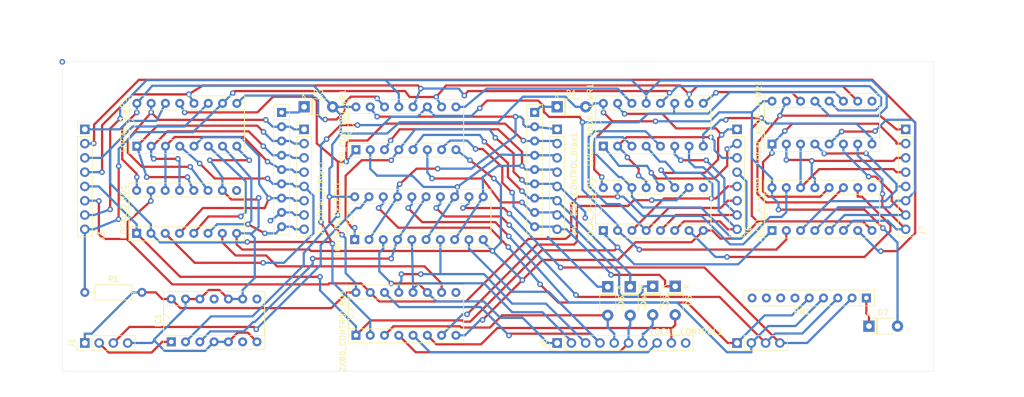
<source format=kicad_pcb>
(kicad_pcb (version 20221018) (generator pcbnew)
  (layers (0 "F.Cu" signal) (31 "B.Cu" signal) (34 "B.Paste" user) (35 "F.Paste" user) (36 "B.SilkS" user "B.Silkscreen") (37 "F.SilkS" user "F.Silkscreen") (38 "B.Mask" user) (39 "F.Mask" user) (44 "Edge.Cuts" user))
  (net 0 "")
  (net 1 "/SPI-Z80-BUS/ESP_CONTROL.BUSRQ")
  (net 2 "/SPI-Z80-BUS/ESP_CONTROL.RD")
  (net 3 "/SPI-Z80-BUS/Z80_CONTROL.RD")
  (net 4 "Net-(CONTROL.SELECT1-1A1)")
  (net 5 "/SPI-Z80-BUS/Z80_CONTROL.WR")
  (net 6 "/SPI-Z80-BUS/ESP_CONTROL.IORQ")
  (net 7 "/SPI-Z80-BUS/Z80_CONTROL.IORQ")
  (net 8 "/SPI-Z80-BUS/ESP_CONTROL.MEMRQ")
  (net 9 "/SPI-Z80-BUS/Z80_CONTROL.MEMRQ")
  (net 10 "GND")
  (net 11 "/SPI-Z80-BUS/LOCAL_CONTROL.MEMRQ")
  (net 12 "/SPI-Z80-BUS/LOCAL_CONTROL.IORQ")
  (net 13 "/SPI-Z80-BUS/LOCAL_CONTROL.WR")
  (net 14 "/SPI-Z80-BUS/LOCAL_CONTROL.RD")
  (net 15 "/SPI-Z80-BUS/!ESP_HARDLOCK")
  (net 16 "+5V")
  (net 17 "Net-(D1-K)")
  (net 18 "Net-(D2-K)")
  (net 19 "Net-(D7-K)")
  (net 20 "/SPI-Z80-BUS/Z80_CONTROL.BUSRQ")
  (net 21 "/SPI-Z80-BUS/ESP_CONTROL.WAIT")
  (net 22 "/SPI-Z80-BUS/Z80_CONTROL.WAIT")
  (net 23 "/SPI-Z80-BUS/ESP_CONTROL.ROMCS")
  (net 24 "/SPI-Z80-BUS/Z80_CONTROL.ROMCS")
  (net 25 "/SPI-Z80-BUS/ESP_CONTROL.NMI")
  (net 26 "/SPI-Z80-BUS/Z80_CONTROL.NMI")
  (net 27 "/SPI-Z80-BUS/ESP_CONTROL.WR")
  (net 28 "Net-(ESP_CONTROL.WR1-QH')")
  (net 29 "/SPI-Z80-BUS/ESP_SPI_INT.MR")
  (net 30 "/SPI-Z80-BUS/ESP_SPI_INT.SCK")
  (net 31 "/SPI-Z80-BUS/ESP_SPI_INT.STC")
  (net 32 "/SPI-Z80-BUS/ESP_SPI_INT.OE")
  (net 33 "Net-(ESP_CONTROL.WR1-SER)")
  (net 34 "/SPI-Z80-BUS/ESP_PULSE")
  (net 35 "/SPI-Z80-BUS/LOCAL_D0")
  (net 36 "/SPI-Z80-BUS/LOCAL_D1")
  (net 37 "/SPI-Z80-BUS/LOCAL_D2")
  (net 38 "/SPI-Z80-BUS/LOCAL_D3")
  (net 39 "/SPI-Z80-BUS/LOCAL_D4")
  (net 40 "/SPI-Z80-BUS/LOCAL_D5")
  (net 41 "/SPI-Z80-BUS/LOCAL_D6")
  (net 42 "/SPI-Z80-BUS/LOCAL_D7")
  (net 43 "/SPI-Z80-BUS/LOCAL_A0")
  (net 44 "/SPI-Z80-BUS/LOCAL_A1")
  (net 45 "/SPI-Z80-BUS/LOCAL_A2")
  (net 46 "/SPI-Z80-BUS/LOCAL_A3")
  (net 47 "/SPI-Z80-BUS/LOCAL_A4")
  (net 48 "/SPI-Z80-BUS/LOCAL_A5")
  (net 49 "/SPI-Z80-BUS/LOCAL_A6")
  (net 50 "/SPI-Z80-BUS/LOCAL_A7")
  (net 51 "/SPI-Z80-BUS/LOCAL_A8")
  (net 52 "/SPI-Z80-BUS/LOCAL_A9")
  (net 53 "/SPI-Z80-BUS/LOCAL_A10")
  (net 54 "/SPI-Z80-BUS/LOCAL_A11")
  (net 55 "/SPI-Z80-BUS/LOCAL_A12")
  (net 56 "/SPI-Z80-BUS/LOCAL_A13")
  (net 57 "/SPI-Z80-BUS/LOCAL_A14")
  (net 58 "/SPI-Z80-BUS/LOCAL_A15")
  (net 59 "/SPI-Z80-BUS/Z80_CONTROL.BUSACK")
  (net 60 "/SPI-Z80-BUS/ESP_SPI_INT.MOSI")
  (net 61 "/SPI-Z80-BUS/ESP_SPI_INT.MISO")
  (net 62 "/SPI-Z80-BUS/ESP_SPI_INT.PL")
  (net 63 "/SPI-Z80-BUS/ESP_SPI_INT.CE")
  (net 65 "Net-(LOCAL_A-H.RD1-DS)")
  (net 67 "Net-(LOCAL_A-L.RD1-DS)")
  (net 69 "Net-(LOCAL_ADDR-H.WR1-SER)")
  (net 70 "Net-(LOCAL_D.RD1-~{Q7})")
  (net 80 "/SPI-Z80-BUS/Z80_CONTROL.RESET")
  (footprint "Connector_PinHeader_2.54mm:PinHeader_1x04_P2.54mm_Vertical" (layer "F.Cu") (at 175 77 90)
    (fp_text reference "LOCAL_CONTROL1")
    (fp_text value "LOCAL_CONTROL")
  )
  (footprint "Package_DIP:DIP-16_W7.62mm_Socket" (layer "F.Cu") (at 107.22 75.635 90)
    (fp_text reference "ZX80_CONTROL.RD1")
    (fp_text value "74HC165N")
  )
  (footprint "Diode_THT:D_T-1_P5.08mm_Horizontal" (layer "F.Cu") (at 160 66.92 -90)
    (fp_text reference "D5")
    (fp_text value "1N4148")
  )
  (footprint "Package_DIP:DIP-14_W7.62mm_Socket" (layer "F.Cu") (at 74.375 76.8 90)
    (fp_text reference "IC1")
    (fp_text value "74HC32N")
  )
  (footprint "Connector_PinHeader_2.54mm:PinHeader_1x08_P2.54mm_Vertical" (layer "F.Cu") (at 175 39)
    (fp_text reference "J6")
    (fp_text value "LOCAL_A-L")
  )
  (footprint "Diode_THT:D_T-1_P5.08mm_Horizontal" (layer "F.Cu") (at 152 67 -90)
    (fp_text reference "D3")
    (fp_text value "1N4148")
  )
  (footprint "Resistor_THT:R_Array_SIP9" (layer "F.Cu") (at 198 69 180)
    (fp_text reference "RN1")
    (fp_text value "LOCAL_CONTROL.Bias")
  )
  (footprint "Diode_THT:D_T-1_P5.08mm_Horizontal" (layer "F.Cu") (at 198.46 74)
    (fp_text reference "D7")
    (fp_text value "1N4148")
  )
  (footprint "Diode_THT:D_T-1_P5.08mm_Horizontal" (layer "F.Cu") (at 143 35)
    (fp_text reference "D1")
    (fp_text value "1N4148")
  )
  (footprint "Package_DIP:DIP-16_W7.62mm_Socket" (layer "F.Cu") (at 68.26 42 90)
    (fp_text reference "LOCAL_D.WR1")
    (fp_text value "74595N")
  )
  (footprint "Package_DIP:DIP-16_W7.62mm_Socket" (layer "F.Cu") (at 68.22 57.5 90)
    (fp_text reference "LOCAL_D.RD1")
    (fp_text value "74HC165N")
  )
  (footprint "Package_DIP:DIP-16_W7.62mm_Socket" (layer "F.Cu") (at 107.22 42.635 90)
    (fp_text reference "ESP_CONTROL.WR1")
    (fp_text value "74595N")
  )
  (footprint "Connector_PinHeader_2.54mm:PinHeader_1x08_P2.54mm_Vertical" (layer "F.Cu") (at 59 39)
    (fp_text reference "J3")
    (fp_text value "ESP_SPI_INT")
  )
  (footprint "Package_DIP:DIP-20_W7.62mm_Socket" (layer "F.Cu") (at 107 58.62 90)
    (fp_text reference "CONTROL.SELECT1")
    (fp_text value "74HC244N")
  )
  (footprint "Diode_THT:D_T-1_P5.08mm_Horizontal" (layer "F.Cu") (at 156 67 -90)
    (fp_text reference "D4")
    (fp_text value "1N4148")
  )
  (footprint "Connector_PinHeader_2.54mm:PinHeader_1x04_P2.54mm_Vertical" (layer "F.Cu") (at 59 77 90)
    (fp_text reference "J1")
    (fp_text value "PinHeader_2.54mm" hide)
  )
  (footprint "Connector_PinHeader_2.54mm:PinHeader_1x08_P2.54mm_Vertical" (layer "F.Cu") (at 205 39)
    (fp_text reference "J7")
    (fp_text value "LOCAL_A-H")
  )
  (footprint "Package_DIP:DIP-16_W7.62mm_Socket" (layer "F.Cu") (at 181.22 41.62 90)
    (fp_text reference "LOCAL_ADDR-H.WR1")
    (fp_text value "74595N")
  )
  (footprint "Package_DIP:DIP-16_W7.62mm_Socket" (layer "F.Cu") (at 151.22 42 90)
    (fp_text reference "LOCAL_ADDR-L.WR1")
    (fp_text value "74595N")
  )
  (footprint "Diode_THT:D_T-1_P5.08mm_Horizontal" (layer "F.Cu") (at 164 66.92 -90)
    (fp_text reference "D6")
    (fp_text value "1N4148")
  )
  (footprint "Package_DIP:DIP-16_W7.62mm_Socket" (layer "F.Cu") (at 181.22 57 90)
    (fp_text reference "LOCAL_A-H.RD1")
    (fp_text value "74HC165N")
  )
  (footprint "Resistor_THT:R_Array_SIP9" (layer "F.Cu") (at 139 36 -90)
    (fp_text reference "ESP_CONTROL.Bias1")
    (fp_text value "4609M-101-103LF")
  )
  (footprint "Diode_THT:D_T-1_P5.08mm_Horizontal" (layer "F.Cu") (at 98 35)
    (fp_text reference "D2")
    (fp_text value "1N4148")
  )
  (footprint "Package_DIP:DIP-16_W7.62mm_Socket" (layer "F.Cu") (at 151.22 57 90)
    (fp_text reference "LOCAL_A-L.RD1")
    (fp_text value "74HC165N")
  )
  (footprint "Connector_PinHeader_2.54mm:PinHeader_1x08_P2.54mm_Vertical" (layer "F.Cu") (at 98 39)
    (fp_text reference "J2")
    (fp_text value "LOCAL_D")
  )
  (footprint "Connector_PinHeader_2.54mm:PinHeader_1x10_P2.54mm_Vertical" (layer "F.Cu") (at 143 77 90)
    (fp_text reference "J5")
    (fp_text value "Z80_CONTROL")
  )
  (footprint "Resistor_THT:R_Axial_DIN0207_L6.3mm_D2.5mm_P10.16mm_Horizontal" (layer "F.Cu") (at 59 68)
    (fp_text reference "R1")
    (fp_text value "22K")
  )
  (footprint "Resistor_THT:R_Array_SIP9" (layer "F.Cu") (at 94 36 -90)
    (fp_text reference "LOCAL_D.Bias1")
    (fp_text value "4609M-101-103LF")
  )
  (footprint "Connector_PinHeader_2.54mm:PinHeader_1x08_P2.54mm_Vertical" (layer "F.Cu") (at 143 39)
    (fp_text reference "J4")
    (fp_text value "ESP_CONTROL")
  )
  (gr_rect (start 55 27) (end 210 82) (stroke (width 0.05)) (fill none) (layer "Edge.Cuts"))
  (via (at 55 27) (size 1) (drill 0.5) (layers "F.Cu" "B.Cu") (net 0))
  (segment (start 105.3815 55) (end 106.4801 56.5) (width 0.4) (layer "F.Cu") (net 1))
  (segment (start 106.4801 56.5) (end 107 56.5) (width 0.4) (layer "F.Cu") (net 1))
  (segment (start 136.75 48) (end 136.75 48.0501) (width 0.4) (layer "F.Cu") (net 1))
  (segment (start 105.3815 47.25) (end 105.3815 55) (width 0.4) (layer "F.Cu") (net 1))
  (segment (start 135.25 46.5501) (end 136.6999 48) (width 0.4) (layer "F.Cu") (net 1))
  (segment (start 132 40.5) (end 135.25 43.25) (width 0.4) (layer "F.Cu") (net 1))
  (segment (start 135.25 43.25) (end 135.25 46.5501) (width 0.4) (layer "F.Cu") (net 1))
  (segment (start 136.6999 48) (end 136.75 48) (width 0.4) (layer "F.Cu") (net 1))
  (segment (start 108.25 44.5) (end 105.3815 47.25) (width 0.4) (layer "F.Cu") (net 1))
  (segment (start 113.5 44.5) (end 108.25 44.5) (width 0.4) (layer "F.Cu") (net 1))
  (via (at 136.75 48) (size 1) (drill 0.5) (layers "F.Cu" "B.Cu") (net 1))
  (via (at 148 54.75) (size 1) (drill 0.5) (layers "F.Cu" "B.Cu") (net 1))
  (via (at 107 56.5) (size 1) (drill 0.5) (layers "F.Cu" "B.Cu") (net 1))
  (via (at 113.5 44.5) (size 1) (drill 0.5) (layers "F.Cu" "B.Cu") (net 1))
  (via (at 132 40.5) (size 1) (drill 0.5) (layers "F.Cu" "B.Cu") (net 1))
  (segment (start 150.1999 67) (end 141.3455 58.1456) (width 0.4) (layer "B.Cu") (net 1))
  (segment (start 152 67) (end 150.1999 67) (width 0.4) (layer "B.Cu") (net 1))
  (segment (start 148 53.75) (end 148 54.75) (width 0.4) (layer "B.Cu") (net 1))
  (segment (start 136.75 48.0501) (end 137.3999 48.7) (width 0.4) (layer "B.Cu") (net 1))
  (segment (start 139 48.7) (end 142.54 48.7) (width 0.4) (layer "B.Cu") (net 1))
  (segment (start 132 40.5) (end 131 39) (width 0.4) (layer "B.Cu") (net 1))
  (segment (start 131 39) (end 117.75 39) (width 0.4) (layer "B.Cu") (net 1))
  (segment (start 113.5 44.5) (end 114.84 42.635) (width 0.4) (layer "B.Cu") (net 1))
  (segment (start 107 56.5) (end 107 58.62) (width 0.4) (layer "B.Cu") (net 1))
  (segment (start 143 49.16) (end 143.41 49.16) (width 0.4) (layer "B.Cu") (net 1))
  (segment (start 142.54 48.7) (end 143 49.16) (width 0.4) (layer "B.Cu") (net 1))
  (segment (start 143.41 49.16) (end 148 53.75) (width 0.4) (layer "B.Cu") (net 1))
  (segment (start 117.75 39) (end 114.84 42.635) (width 0.4) (layer "B.Cu") (net 1))
  (segment (start 137.3999 48.7) (end 139 48.7) (width 0.4) (layer "B.Cu") (net 1))
  (segment (start 118 46) (end 115 48.75) (width 0.4) (layer "F.Cu") (net 2))
  (segment (start 135.6099 36.75) (end 113.25 36.75) (width 0.4) (layer "F.Cu") (net 2))
  (segment (start 121.75 46) (end 118 46) (width 0.4) (layer "F.Cu") (net 2))
  (segment (start 113.25 36.75) (end 111 36.75) (width 0.4) (layer "F.Cu") (net 2))
  (via (at 135.6099 36.75) (size 1) (drill 0.5) (layers "F.Cu" "B.Cu") (net 2))
  (via (at 115 48.75) (size 1) (drill 0.5) (layers "F.Cu" "B.Cu") (net 2))
  (via (at 111 36.75) (size 1) (drill 0.5) (layers "F.Cu" "B.Cu") (net 2))
  (via (at 121.75 46) (size 1) (drill 0.5) (layers "F.Cu" "B.Cu") (net 2))
  (segment (start 135.6099 36.75) (end 136.5 36.75) (width 0.4) (layer "B.Cu") (net 2))
  (segment (start 137.3999 38.54) (end 139 38.54) (width 0.4) (layer "B.Cu") (net 2))
  (segment (start 121.75 46) (end 127.75 46) (width 0.4) (layer "B.Cu") (net 2))
  (segment (start 127.75 46) (end 135.355576 40.355576) (width 0.4) (layer "B.Cu") (net 2))
  (segment (start 135.355576 40.355576) (end 135.6099 40.101252) (width 0.4) (layer "B.Cu") (net 2))
  (segment (start 109.54 58.62) (end 114.62 51) (width 0.4) (layer "B.Cu") (net 2))
  (segment (start 143 39) (end 139 38.54) (width 0.4) (layer "B.Cu") (net 2))
  (segment (start 137 37.25) (end 137 38.1401) (width 0.4) (layer "B.Cu") (net 2))
  (segment (start 114.62 51) (end 114.62 49.13) (width 0.4) (layer "B.Cu") (net 2))
  (segment (start 137 38.1401) (end 137.3999 38.54) (width 0.4) (layer "B.Cu") (net 2))
  (segment (start 135.6099 40.101252) (end 135.6099 36.75) (width 0.4) (layer "B.Cu") (net 2))
  (segment (start 114.62 49.13) (end 115 48.75) (width 0.4) (layer "B.Cu") (net 2))
  (segment (start 111 36.75) (end 109.76 35.24) (width 0.4) (layer "B.Cu") (net 2))
  (segment (start 136.5 36.75) (end 137 37.25) (width 0.4) (layer "B.Cu") (net 2))
  (segment (start 139 38.54) (end 137.3999 38.54) (width 0.4) (layer "B.Cu") (net 2))
  (segment (start 109.76 35.24) (end 109.76 35.015) (width 0.4) (layer "B.Cu") (net 2))
  (segment (start 118.3198 66.4148) (end 113.5192 66.4148) (width 0.4) (layer "F.Cu") (net 3))
  (segment (start 119.92 68.015) (end 118.3198 66.4148) (width 0.4) (layer "F.Cu") (net 3))
  (via (at 113.5192 66.4148) (size 1) (drill 0.5) (layers "F.Cu" "B.Cu") (net 3))
  (segment (start 136.8786 72.5287) (end 132.8763 72.5287) (width 0.4) (layer "B.Cu") (net 3))
  (segment (start 126.0149 69.6152) (end 121.5202 69.6152) (width 0.4) (layer "B.Cu") (net 3))
  (segment (start 112.08 60.2201) (end 111.3751 60.925) (width 0.4) (layer "B.Cu") (net 3))
  (segment (start 132.8763 72.5287) (end 129.9543 69.6067) (width 0.4) (layer "B.Cu") (net 3))
  (segment (start 126.0234 69.6067) (end 126.0149 69.6152) (width 0.4) (layer "B.Cu") (net 3))
  (segment (start 129.9543 69.6067) (end 126.0234 69.6067) (width 0.4) (layer "B.Cu") (net 3))
  (segment (start 143 77) (end 141.3499 77) (width 0.4) (layer "B.Cu") (net 3))
  (segment (start 111.3751 64.2707) (end 113.5192 66.4148) (width 0.4) (layer "B.Cu") (net 3))
  (segment (start 141.3499 77) (end 136.8786 72.5287) (width 0.4) (layer "B.Cu") (net 3))
  (segment (start 121.5202 69.6152) (end 119.92 68.015) (width 0.4) (layer "B.Cu") (net 3))
  (segment (start 111.3751 60.925) (end 111.3751 64.2707) (width 0.4) (layer "B.Cu") (net 3))
  (segment (start 112.08 58.62) (end 112.08 60.2201) (width 0.4) (layer "B.Cu") (net 3))
  (segment (start 113.5 61.9966) (end 99.5169 61.9966) (width 0.4) (layer "F.Cu") (net 4))
  (via (at 99.5169 61.9966) (size 1) (drill 0.5) (layers "F.Cu" "B.Cu") (net 4))
  (via (at 113.5 61.9966) (size 1) (drill 0.5) (layers "F.Cu" "B.Cu") (net 4))
  (segment (start 114.62 58.62) (end 113.5 61.9966) (width 0.4) (layer "B.Cu") (net 4))
  (segment (start 87.2806 74.9356) (end 88.9456 73.2706) (width 0.4) (layer "B.Cu") (net 4))
  (segment (start 81.3193 74.9357) (end 87.2806 74.9357) (width 0.4) (layer "B.Cu") (net 4))
  (segment (start 87.2806 74.9357) (end 87.2806 74.9356) (width 0.4) (layer "B.Cu") (net 4))
  (segment (start 79.455 76.8) (end 81.3193 74.9357) (width 0.4) (layer "B.Cu") (net 4))
  (segment (start 88.9456 73.2706) (end 89.2237 73.2706) (width 0.4) (layer "B.Cu") (net 4))
  (segment (start 99.5169 62.9774) (end 99.5169 61.9966) (width 0.4) (layer "B.Cu") (net 4))
  (segment (start 89.2237 73.2706) (end 99.5169 62.9774) (width 0.4) (layer "B.Cu") (net 4))
  (segment (start 119.7 51) (end 114.62 58.62) (width 0.4) (layer "B.Cu") (net 4))
  (segment (start 118.3828 66.3871) (end 117.38 67.3899) (width 0.4) (layer "B.Cu") (net 5))
  (segment (start 145.54 77) (end 145.54 76.6834) (width 0.4) (layer "B.Cu") (net 5))
  (segment (start 117.38 67.3899) (end 117.16 58.62) (width 0.4) (layer "B.Cu") (net 5))
  (segment (start 130 66.3871) (end 118.3828 66.3871) (width 0.4) (layer "B.Cu") (net 5))
  (segment (start 140.3851 71.5285) (end 135 71.5285) (width 0.4) (layer "B.Cu") (net 5))
  (segment (start 145.54 76.6834) (end 140.3851 71.5285) (width 0.4) (layer "B.Cu") (net 5))
  (segment (start 135 71.5285) (end 130 66.3871) (width 0.4) (layer "B.Cu") (net 5))
  (segment (start 117.38 68.015) (end 117.38 67.3899) (width 0.4) (layer "B.Cu") (net 5))
  (via (at 125.25 49.25) (size 1) (drill 0.5) (layers "F.Cu" "B.Cu") (net 6))
  (segment (start 117.25 47.25) (end 119.25 49.25) (width 0.4) (layer "B.Cu") (net 6))
  (segment (start 133 43.5) (end 125.25 49.25) (width 0.4) (layer "B.Cu") (net 6))
  (segment (start 111 47.25) (end 117.25 47.25) (width 0.4) (layer "B.Cu") (net 6))
  (segment (start 124.78 51) (end 119.7 58.62) (width 0.4) (layer "B.Cu") (net 6))
  (segment (start 142.54 43.62) (end 143 44.08) (width 0.4) (layer "B.Cu") (net 6))
  (segment (start 119.25 49.25) (end 125.25 49.25) (width 0.4) (layer "B.Cu") (net 6))
  (segment (start 139 43.62) (end 142.54 43.62) (width 0.4) (layer "B.Cu") (net 6))
  (segment (start 109.76 42.635) (end 109.76 46.01) (width 0.4) (layer "B.Cu") (net 6))
  (segment (start 125.25 50.53) (end 125.25 49.25) (width 0.4) (layer "B.Cu") (net 6))
  (segment (start 124.78 51) (end 125.25 50.53) (width 0.4) (layer "B.Cu") (net 6))
  (segment (start 109.76 46.01) (end 111 47.25) (width 0.4) (layer "B.Cu") (net 6))
  (segment (start 139 43.62) (end 133 43.5) (width 0.4) (layer "B.Cu") (net 6))
  (segment (start 118.75 64.75) (end 115.3035 64.75) (width 0.4) (layer "F.Cu") (net 7))
  (via (at 118.75 64.75) (size 1) (drill 0.5) (layers "F.Cu" "B.Cu") (net 7))
  (via (at 115.3035 64.75) (size 1) (drill 0.5) (layers "F.Cu" "B.Cu") (net 7))
  (segment (start 141 70) (end 148.08 77) (width 0.4) (layer "B.Cu") (net 7))
  (segment (start 122.24 58.62) (end 122.25 64.75) (width 0.4) (layer "B.Cu") (net 7))
  (segment (start 115.3035 64.75) (end 115.3035 65.9514) (width 0.4) (layer "B.Cu") (net 7))
  (segment (start 135 70) (end 141 70) (width 0.4) (layer "B.Cu") (net 7))
  (segment (start 115.3035 65.9514) (end 114.84 66.4149) (width 0.4) (layer "B.Cu") (net 7))
  (segment (start 114.84 66.4149) (end 114.84 68.015) (width 0.4) (layer "B.Cu") (net 7))
  (segment (start 130 64.75) (end 135 70) (width 0.4) (layer "B.Cu") (net 7))
  (segment (start 118.75 64.75) (end 130 64.75) (width 0.4) (layer "B.Cu") (net 7))
  (segment (start 130.2338 38.9939) (end 115 39) (width 0.4) (layer "F.Cu") (net 8))
  (segment (start 115 39) (end 113.385991 41) (width 0.4) (layer "F.Cu") (net 8))
  (segment (start 136.75 43) (end 132.5 39) (width 0.4) (layer "F.Cu") (net 8))
  (segment (start 136.75 45.5) (end 136.75 43) (width 0.4) (layer "F.Cu") (net 8))
  (segment (start 130.2399 39) (end 130.2338 38.9939) (width 0.4) (layer "F.Cu") (net 8))
  (segment (start 132.5 39) (end 130.2399 39) (width 0.4) (layer "F.Cu") (net 8))
  (via (at 136.75 45.5) (size 1) (drill 0.5) (layers "F.Cu" "B.Cu") (net 8))
  (via (at 113.385991 41) (size 1) (drill 0.5) (layers "F.Cu" "B.Cu") (net 8))
  (segment (start 139 46.16) (end 137.41 46.16) (width 0.4) (layer "B.Cu") (net 8))
  (segment (start 113.385991 41) (end 112.3 42.635) (width 0.4) (layer "B.Cu") (net 8))
  (segment (start 129.75 47.5) (end 132.5 45.5) (width 0.4) (layer "B.Cu") (net 8))
  (segment (start 139 46.16) (end 142.54 46.16) (width 0.4) (layer "B.Cu") (net 8))
  (segment (start 129.86 51) (end 129.75 47.5) (width 0.4) (layer "B.Cu") (net 8))
  (segment (start 132.5 45.5) (end 136.75 45.5) (width 0.4) (layer "B.Cu") (net 8))
  (segment (start 124.78 58.62) (end 129.86 51) (width 0.4) (layer "B.Cu") (net 8))
  (segment (start 142.54 46.16) (end 143 46.62) (width 0.4) (layer "B.Cu") (net 8))
  (segment (start 137.41 46.16) (end 136.75 45.5) (width 0.4) (layer "B.Cu") (net 8))
  (segment (start 134.7647 75.3499) (end 134.4474 75.6672) (width 0.4) (layer "F.Cu") (net 9))
  (segment (start 148.9699 75.3499) (end 134.7647 75.3499) (width 0.4) (layer "F.Cu") (net 9))
  (segment (start 150.62 77) (end 148.9699 75.3499) (width 0.4) (layer "F.Cu") (net 9))
  (via (at 134.4474 75.6672) (size 1) (drill 0.5) (layers "F.Cu" "B.Cu") (net 9))
  (segment (start 126.4291 70.6153) (end 114.9003 70.6153) (width 0.4) (layer "B.Cu") (net 9))
  (segment (start 141.5128 67.8928) (end 134.9927 67.8928) (width 0.4) (layer "B.Cu") (net 9))
  (segment (start 114.9003 70.6153) (end 112.3 68.015) (width 0.4) (layer "B.Cu") (net 9))
  (segment (start 127.32 58.62) (end 127.32 60.2201) (width 0.4) (layer "B.Cu") (net 9))
  (segment (start 134.4474 75.6672) (end 129.387 70.6068) (width 0.4) (layer "B.Cu") (net 9))
  (segment (start 150.62 77) (end 141.5128 67.8928) (width 0.4) (layer "B.Cu") (net 9))
  (segment (start 126.4376 70.6068) (end 126.4291 70.6153) (width 0.4) (layer "B.Cu") (net 9))
  (segment (start 129.387 70.6068) (end 126.4376 70.6068) (width 0.4) (layer "B.Cu") (net 9))
  (segment (start 134.9927 67.8928) (end 127.32 60.2201) (width 0.4) (layer "B.Cu") (net 9))
  (segment (start 76.915 69.18) (end 78.5151 69.18) (width 0.4) (layer "F.Cu") (net 10))
  (segment (start 169 57) (end 170.6001 57) (width 0.4) (layer "F.Cu") (net 10))
  (segment (start 177.6196 54.3989) (end 178.597 55.3763) (width 0.4) (layer "F.Cu") (net 10))
  (segment (start 172.0366 58.4365) (end 175.6992 58.4365) (width 0.4) (layer "F.Cu") (net 10))
  (segment (start 178.597 55.5387) (end 178.597 55.3763) (width 0.4) (layer "F.Cu") (net 10))
  (segment (start 131.5 60.6377) (end 99.219 60.6377) (width 0.4) (layer "F.Cu") (net 10))
  (segment (start 89.6324 51.4849) (end 89.9176 51.1997) (width 0.4) (layer "F.Cu") (net 10))
  (segment (start 127.5 44.5) (end 131.75 47.75) (width 0.4) (layer "F.Cu") (net 10))
  (segment (start 175.6992 58.4365) (end 178.597 55.5387) (width 0.4) (layer "F.Cu") (net 10))
  (segment (start 86 59.5) (end 86 57.5) (width 0.4) (layer "F.Cu") (net 10))
  (segment (start 140.4141 62.2241) (end 153.8225 62.2241) (width 0.4) (layer "F.Cu") (net 10))
  (segment (start 197.3763 55.3763) (end 199 57) (width 0.4) (layer "F.Cu") (net 10))
  (segment (start 156.9635 59.0831) (end 166.9169 59.0831) (width 0.4) (layer "F.Cu") (net 10))
  (segment (start 179.0297 37.3297) (end 179.3 37) (width 0.4) (layer "F.Cu") (net 10))
  (segment (start 87.9818 75.1668) (end 89.615 76.8) (width 0.4) (layer "F.Cu") (net 10))
  (segment (start 85.0649 51.4849) (end 89.6324 51.4849) (width 0.4) (layer "F.Cu") (net 10))
  (segment (start 177.6196 38.8804) (end 177.6196 54.3989) (width 0.4) (layer "F.Cu") (net 10))
  (segment (start 84.535 76.8) (end 86.1682 75.1668) (width 0.4) (layer "F.Cu") (net 10))
  (segment (start 79.455 69.18) (end 78.5151 69.18) (width 0.4) (layer "F.Cu") (net 10))
  (segment (start 83.46 49.88) (end 85.0649 51.4849) (width 0.4) (layer "F.Cu") (net 10))
  (segment (start 81.25 44.5) (end 88.25 44.5) (width 0.4) (layer "F.Cu") (net 10))
  (segment (start 153.8225 62.2241) (end 156.9635 59.0831) (width 0.4) (layer "F.Cu") (net 10))
  (segment (start 82.9346 67.5796) (end 81.0554 67.5796) (width 0.4) (layer "F.Cu") (net 10))
  (segment (start 166.9169 59.0831) (end 169 57) (width 0.4) (layer "F.Cu") (net 10))
  (segment (start 99.219 60.6377) (end 98.961 60.3797) (width 0.4) (layer "F.Cu") (net 10))
  (segment (start 87 60.3797) (end 86 59.5) (width 0.4) (layer "F.Cu") (net 10))
  (segment (start 179.3 37) (end 177.6196 38.8804) (width 0.4) (layer "F.Cu") (net 10))
  (segment (start 129.7317 72.9065) (end 136.2572 66.381) (width 0.4) (layer "F.Cu") (net 10))
  (segment (start 178.597 55.3763) (end 197.3763 55.3763) (width 0.4) (layer "F.Cu") (net 10))
  (segment (start 170.6001 57) (end 172.0366 58.4365) (width 0.4) (layer "F.Cu") (net 10))
  (segment (start 86.1682 75.1668) (end 87.9818 75.1668) (width 0.4) (layer "F.Cu") (net 10))
  (segment (start 98.961 60.3797) (end 87 60.3797) (width 0.4) (layer "F.Cu") (net 10))
  (segment (start 179.3 37) (end 173.3297 37) (width 0.4) (layer "F.Cu") (net 10))
  (segment (start 84.535 69.18) (end 82.9346 67.5796) (width 0.4) (layer "F.Cu") (net 10))
  (segment (start 81.0554 67.5796) (end 79.455 69.18) (width 0.4) (layer "F.Cu") (net 10))
  (segment (start 136.2572 66.381) (end 140.4141 62.2241) (width 0.4) (layer "F.Cu") (net 10))
  (segment (start 173.3297 37) (end 173 37.3297) (width 0.4) (layer "F.Cu") (net 10))
  (via (at 127.5 44.5) (size 1) (drill 0.5) (layers "F.Cu" "B.Cu") (net 10))
  (via (at 89.9176 51.1997) (size 1) (drill 0.5) (layers "F.Cu" "B.Cu") (net 10))
  (via (at 81.25 44.5) (size 1) (drill 0.5) (layers "F.Cu" "B.Cu") (net 10))
  (via (at 129.7317 72.9065) (size 1) (drill 0.5) (layers "F.Cu" "B.Cu") (net 10))
  (via (at 131.75 47.75) (size 1) (drill 0.5) (layers "F.Cu" "B.Cu") (net 10))
  (via (at 88.25 44.5) (size 1) (drill 0.5) (layers "F.Cu" "B.Cu") (net 10))
  (via (at 173 37.3297) (size 1) (drill 0.5) (layers "F.Cu" "B.Cu") (net 10))
  (via (at 136.8191 65.8191) (size 1) (drill 0.5) (layers "F.Cu" "B.Cu") (net 10))
  (via (at 179.3 37) (size 1) (drill 0.5) (layers "F.Cu" "B.Cu") (net 10))
  (via (at 131.5 60.6377) (size 1) (drill 0.5) (layers "F.Cu" "B.Cu") (net 10))
  (segment (start 126.6001 75.635) (end 129.3286 72.9065) (width 0.4) (layer "B.Cu") (net 10))
  (segment (start 88.5724 57.6821) (end 88.5724 57.6697) (width 0.4) (layer "B.Cu") (net 10))
  (segment (start 76.915 70.7801) (end 71.3632 76.3319) (width 0.4) (layer "B.Cu") (net 10))
  (segment (start 129.86 58.9977) (end 131.5 60.6377) (width 0.4) (layer "B.Cu") (net 10))
  (segment (start 199 40.6354) (end 199 41.62) (width 0.4) (layer "B.Cu") (net 10))
  (segment (start 127.5 44.5) (end 125 42.635) (width 0.4) (layer "B.Cu") (net 10))
  (segment (start 88.3903 57.5) (end 88.56 57.6697) (width 0.4) (layer "B.Cu") (net 10))
  (segment (start 133 49) (end 131.75 47.75) (width 0.4) (layer "B.Cu") (net 10))
  (segment (start 89.2266 65.4283) (end 89.2266 58.3363) (width 0.4) (layer "B.Cu") (net 10))
  (segment (start 88.25 44.5) (end 86.04 42.29) (width 0.4) (layer "B.Cu") (net 10))
  (segment (start 84.535 69.18) (end 85.4749 69.18) (width 0.4) (layer "B.Cu") (net 10))
  (segment (start 70.9283 77) (end 71.3632 76.5651) (width 0.4) (layer "B.Cu") (net 10))
  (segment (start 173 37.3297) (end 172.0703 37.3297) (width 0.4) (layer "B.Cu") (net 10))
  (segment (start 170.1 38.8) (end 169 39.9) (width 0.4) (layer "B.Cu") (net 10))
  (segment (start 73.2052 78.4071) (end 80.3879 78.4071) (width 0.4) (layer "B.Cu") (net 10))
  (segment (start 196.215 37.973) (end 199 40.6354) (width 0.4) (layer "B.Cu") (net 10))
  (segment (start 86 57.5) (end 87.6001 57.5) (width 0.4) (layer "B.Cu") (net 10))
  (segment (start 179.3 37) (end 180.34 37.973) (width 0.4) (layer "B.Cu") (net 10))
  (segment (start 129.3286 72.9065) (end 129.7317 72.9065) (width 0.4) (layer "B.Cu") (net 10))
  (segment (start 89.9051 51.1997) (end 89.9176 51.1997) (width 0.4) (layer "B.Cu") (net 10))
  (segment (start 80.3879 78.4071) (end 81.995 76.8) (width 0.4) (layer "B.Cu") (net 10))
  (segment (start 129.86 58.62) (end 129.86 58.9977) (width 0.4) (layer "B.Cu") (net 10))
  (segment (start 136.8191 65.8191) (end 131.5 60.6377) (width 0.4) (layer "B.Cu") (net 10))
  (segment (start 86.04 42.29) (end 86.04 42) (width 0.4) (layer "B.Cu") (net 10))
  (segment (start 84.535 76.8) (end 83.5951 76.8) (width 0.4) (layer "B.Cu") (net 10))
  (segment (start 172.0703 37.3297) (end 170.6 38.8) (width 0.4) (layer "B.Cu") (net 10))
  (segment (start 83.46 47.54) (end 83.46 49.88) (width 0.4) (layer "B.Cu") (net 10))
  (segment (start 131.5 60.6377) (end 133 59.1377) (width 0.4) (layer "B.Cu") (net 10))
  (segment (start 133 59.1377) (end 133 49) (width 0.4) (layer "B.Cu") (net 10))
  (segment (start 76.915 69.18) (end 76.915 70.7801) (width 0.4) (layer "B.Cu") (net 10))
  (segment (start 125 75.635) (end 126.6001 75.635) (width 0.4) (layer "B.Cu") (net 10))
  (segment (start 169 39.9) (end 169 42) (width 0.4) (layer "B.Cu") (net 10))
  (segment (start 89.2266 58.3363) (end 88.5724 57.6821) (width 0.4) (layer "B.Cu") (net 10))
  (segment (start 71.3632 76.5651) (end 73.2052 78.4071) (width 0.4) (layer "B.Cu") (net 10))
  (segment (start 180.34 37.973) (end 196.215 37.973) (width 0.4) (layer "B.Cu") (net 10))
  (segment (start 87.075 69.18) (end 85.4749 69.18) (width 0.4) (layer "B.Cu") (net 10))
  (segment (start 71.3632 76.3319) (end 71.3632 76.5651) (width 0.4) (layer "B.Cu") (net 10))
  (segment (start 87.6001 57.5) (end 88.3903 57.5) (width 0.4) (layer "B.Cu") (net 10))
  (segment (start 87.075 67.5799) (end 89.2266 65.4283) (width 0.4) (layer "B.Cu") (net 10))
  (segment (start 88.56 57.6697) (end 88.5724 57.6697) (width 0.4) (layer "B.Cu") (net 10))
  (segment (start 81.995 76.8) (end 83.5951 76.8) (width 0.4) (layer "B.Cu") (net 10))
  (segment (start 68.2701 77) (end 70.9283 77) (width 0.4) (layer "B.Cu") (net 10))
  (segment (start 66.62 77) (end 68.2701 77) (width 0.4) (layer "B.Cu") (net 10))
  (segment (start 88.5724 57.6697) (end 89.9051 56.337) (width 0.4) (layer "B.Cu") (net 10))
  (segment (start 81.25 44.5) (end 83.46 47.54) (width 0.4) (layer "B.Cu") (net 10))
  (segment (start 87.075 69.18) (end 87.075 67.5799) (width 0.4) (layer "B.Cu") (net 10))
  (segment (start 89.9051 56.337) (end 89.9051 51.1997) (width 0.4) (layer "B.Cu") (net 10))
  (segment (start 170.6 38.8) (end 170.1 38.8) (width 0.4) (layer "B.Cu") (net 10))
  (segment (start 169.1926 63.5726) (end 143.6166 63.5726) (width 0.4) (layer "F.Cu") (net 11))
  (segment (start 133.5 53) (end 126.25 53) (width 0.4) (layer "F.Cu") (net 11))
  (segment (start 182.62 77) (end 169.1926 63.5726) (width 0.4) (layer "F.Cu") (net 11))
  (segment (start 133.5 53) (end 134.5 54) (width 0.4) (layer "F.Cu") (net 11))
  (via (at 143.6166 63.5726) (size 1) (drill 0.5) (layers "F.Cu" "B.Cu") (net 11))
  (via (at 134.5 54) (size 1) (drill 0.5) (layers "F.Cu" "B.Cu") (net 11))
  (via (at 126.25 53) (size 1) (drill 0.5) (layers "F.Cu" "B.Cu") (net 11))
  (segment (start 195.46 69) (end 187.46 77) (width 0.4) (layer "B.Cu") (net 11))
  (segment (start 134.5 54) (end 143.6166 63.5726) (width 0.4) (layer "B.Cu") (net 11))
  (segment (start 127.32 52.18) (end 127.32 51) (width 0.4) (layer "B.Cu") (net 11))
  (segment (start 126.25 53) (end 127.32 52.18) (width 0.4) (layer "B.Cu") (net 11))
  (segment (start 187.46 77) (end 182.62 77) (width 0.4) (layer "B.Cu") (net 11))
  (segment (start 146.6977 68.8074) (end 146.3592 68.4689) (width 0.4) (layer "F.Cu") (net 12))
  (segment (start 134.475188 56.024812) (end 133 54.5) (width 0.4) (layer "F.Cu") (net 12))
  (segment (start 171.8874 68.8074) (end 146.6977 68.8074) (width 0.4) (layer "F.Cu") (net 12))
  (segment (start 123 54.5) (end 121.5 53) (width 0.4) (layer "F.Cu") (net 12))
  (segment (start 133 54.5) (end 123 54.5) (width 0.4) (layer "F.Cu") (net 12))
  (segment (start 180.08 77) (end 171.8874 68.8074) (width 0.4) (layer "F.Cu") (net 12))
  (via (at 121.5 53) (size 1) (drill 0.5) (layers "F.Cu" "B.Cu") (net 12))
  (via (at 146.3592 68.4689) (size 1) (drill 0.5) (layers "F.Cu" "B.Cu") (net 12))
  (via (at 134.475188 56.024812) (size 1) (drill 0.5) (layers "F.Cu" "B.Cu") (net 12))
  (segment (start 181.7662 75.3138) (end 180.08 77) (width 0.4) (layer "B.Cu") (net 12))
  (segment (start 186.6062 75.3138) (end 181.7662 75.3138) (width 0.4) (layer "B.Cu") (net 12))
  (segment (start 122.24 51) (end 122.24 52.26) (width 0.4) (layer "B.Cu") (net 12))
  (segment (start 134.475188 56.024812) (end 146.3592 68.4689) (width 0.4) (layer "B.Cu") (net 12))
  (segment (start 122.24 52.26) (end 121.5 53) (width 0.4) (layer "B.Cu") (net 12))
  (segment (start 192.92 69) (end 186.6062 75.3138) (width 0.4) (layer "B.Cu") (net 12))
  (segment (start 119 55.5) (end 116.5 53) (width 0.4) (layer "F.Cu") (net 13))
  (segment (start 132 55.5) (end 119 55.5) (width 0.4) (layer "F.Cu") (net 13))
  (segment (start 134.411997 58.021015) (end 132 55.5) (width 0.4) (layer "F.Cu") (net 13))
  (via (at 134.411997 58.021015) (size 1) (drill 0.5) (layers "F.Cu" "B.Cu") (net 13))
  (via (at 116.5 53) (size 1) (drill 0.5) (layers "F.Cu" "B.Cu") (net 13))
  (segment (start 180.5554 73.9846) (end 177.54 77) (width 0.4) (layer "B.Cu") (net 13))
  (segment (start 134.411997 58.021015) (end 145.0449 69.8003) (width 0.4) (layer "B.Cu") (net 13))
  (segment (start 117.16 52.34) (end 116.5 53) (width 0.4) (layer "B.Cu") (net 13))
  (segment (start 185.3954 73.9846) (end 180.5554 73.9846) (width 0.4) (layer "B.Cu") (net 13))
  (segment (start 173.2133 78.6501) (end 177.54 78.6501) (width 0.4) (layer "B.Cu") (net 13))
  (segment (start 145.0449 69.8003) (end 164.3635 69.8003) (width 0.4) (layer "B.Cu") (net 13))
  (segment (start 190.38 69) (end 185.3954 73.9846) (width 0.4) (layer "B.Cu") (net 13))
  (segment (start 177.54 78.6501) (end 177.54 77) (width 0.4) (layer "B.Cu") (net 13))
  (segment (start 117.16 51) (end 117.16 52.34) (width 0.4) (layer "B.Cu") (net 13))
  (segment (start 164.3635 69.8003) (end 173.2133 78.6501) (width 0.4) (layer "B.Cu") (net 13))
  (segment (start 175 77) (end 173.3499 77) (width 0.4) (layer "F.Cu") (net 14))
  (segment (start 131 56.5) (end 114.75 56.5) (width 0.4) (layer "F.Cu") (net 14))
  (segment (start 134.312387 59.937613) (end 131 56.5) (width 0.4) (layer "F.Cu") (net 14))
  (segment (start 173.3499 77) (end 166.1575 69.8076) (width 0.4) (layer "F.Cu") (net 14))
  (segment (start 114.75 56.5) (end 111.25 53) (width 0.4) (layer "F.Cu") (net 14))
  (segment (start 166.1575 69.8076) (end 143.2135 69.8076) (width 0.4) (layer "F.Cu") (net 14))
  (segment (start 143.2135 69.8076) (end 139.9673 66.5614) (width 0.4) (layer "F.Cu") (net 14))
  (via (at 134.312387 59.937613) (size 1) (drill 0.5) (layers "F.Cu" "B.Cu") (net 14))
  (via (at 111.25 53) (size 1) (drill 0.5) (layers "F.Cu" "B.Cu") (net 14))
  (via (at 139.9673 66.5614) (size 1) (drill 0.5) (layers "F.Cu" "B.Cu") (net 14))
  (segment (start 184.75 72.09) (end 179.91 72.09) (width 0.4) (layer "B.Cu") (net 14))
  (segment (start 179.91 72.09) (end 175 77) (width 0.4) (layer "B.Cu") (net 14))
  (segment (start 112.08 51) (end 112.08 52.17) (width 0.4) (layer "B.Cu") (net 14))
  (segment (start 112.08 52.17) (end 111.25 53) (width 0.4) (layer "B.Cu") (net 14))
  (segment (start 134.312387 59.937613) (end 139.9673 66.4642) (width 0.4) (layer "B.Cu") (net 14))
  (segment (start 139.9673 66.4642) (end 139.9673 66.5614) (width 0.4) (layer "B.Cu") (net 14))
  (segment (start 187.84 69) (end 184.75 72.09) (width 0.4) (layer "B.Cu") (net 14))
  (segment (start 89.0619 74.1485) (end 66.9315 74.1485) (width 0.4) (layer "F.Cu") (net 15))
  (segment (start 66.9315 74.1485) (end 64.08 77) (width 0.4) (layer "F.Cu") (net 15))
  (segment (start 89.4841 74.5707) (end 89.0619 74.1485) (width 0.4) (layer "F.Cu") (net 15))
  (via (at 89.4841 74.5707) (size 1) (drill 0.5) (layers "F.Cu" "B.Cu") (net 15))
  (segment (start 100.9529 59.5871) (end 100.9529 63.1019) (width 0.4) (layer "B.Cu") (net 15))
  (segment (start 107.25 53) (end 100.9529 59.5871) (width 0.4) (layer "B.Cu") (net 15))
  (segment (start 100.9529 63.1019) (end 89.4841 74.5707) (width 0.4) (layer "B.Cu") (net 15))
  (segment (start 109.54 51) (end 108 53) (width 0.4) (layer "B.Cu") (net 15))
  (segment (start 108 53) (end 107.25 53) (width 0.4) (layer "B.Cu") (net 15))
  (segment (start 150.9401 47.5) (end 149.5943 46.1542) (width 0.4) (layer "F.Cu") (net 16))
  (segment (start 160.5 37.5729) (end 152.8533 37.5729) (width 0.4) (layer "F.Cu") (net 16))
  (segment (start 65.652 38.598) (end 65.652 38.5881) (width 0.4) (layer "F.Cu") (net 16))
  (segment (start 151.22 35.9801) (end 151.25 36) (width 0.4) (layer "F.Cu") (net 16))
  (segment (start 182.3685 53.2906) (end 197.6639 53.2906) (width 0.4) (layer "F.Cu") (net 16))
  (segment (start 69.16 68) (end 71.5949 68) (width 0.4) (layer "F.Cu") (net 16))
  (segment (start 148.08 35) (end 148.9999 35) (width 0.4) (layer "F.Cu") (net 16))
  (segment (start 75.9921 70.7971) (end 74.375 69.18) (width 0.4) (layer "F.Cu") (net 16))
  (segment (start 68.25 47.5) (end 68.22 47.47) (width 0.4) (layer "F.Cu") (net 16))
  (segment (start 65.652 44.3346) (end 65.652 38.598) (width 0.4) (layer "F.Cu") (net 16))
  (segment (start 152.8533 37.5729) (end 152.8331 37.5931) (width 0.4) (layer "F.Cu") (net 16))
  (segment (start 68.22 46.9026) (end 65.652 44.3346) (width 0.4) (layer "F.Cu") (net 16))
  (segment (start 74.375 69.18) (end 72.7749 69.18) (width 0.4) (layer "F.Cu") (net 16))
  (segment (start 149.5943 40.8319) (end 152.8331 37.5931) (width 0.4) (layer "F.Cu") (net 16))
  (segment (start 102.8378 70.7971) (end 75.9921 70.7971) (width 0.4) (layer "F.Cu") (net 16))
  (segment (start 68.22 47.53) (end 68.25 47.5) (width 0.4) (layer "F.Cu") (net 16))
  (segment (start 151.25 36) (end 152.8331 37.5931) (width 0.4) (layer "F.Cu") (net 16))
  (segment (start 68.22 47.47) (end 68.22 46.9026) (width 0.4) (layer "F.Cu") (net 16))
  (segment (start 197.6639 53.2906) (end 200.9399 56.5666) (width 0.4) (layer "F.Cu") (net 16))
  (segment (start 149.5943 46.1542) (end 149.5943 40.8319) (width 0.4) (layer "F.Cu") (net 16))
  (segment (start 102.5 55.5) (end 104.75 57.75) (width 0.4) (layer "F.Cu") (net 16))
  (segment (start 102.5 51) (end 102.5 55.5) (width 0.4) (layer "F.Cu") (net 16))
  (segment (start 107.22 68.015) (end 105.6199 68.015) (width 0.4) (layer "F.Cu") (net 16))
  (segment (start 68.25 36) (end 65.652 38.598) (width 0.4) (layer "F.Cu") (net 16))
  (segment (start 105.6199 68.015) (end 102.8378 70.7971) (width 0.4) (layer "F.Cu") (net 16))
  (segment (start 71.5949 68) (end 72.7749 69.18) (width 0.4) (layer "F.Cu") (net 16))
  (via (at 102.5 51) (size 1) (drill 0.5) (layers "F.Cu" "B.Cu") (net 16))
  (via (at 160.5 37.5729) (size 1) (drill 0.5) (layers "F.Cu" "B.Cu") (net 16))
  (via (at 68.25 36) (size 1) (drill 0.5) (layers "F.Cu" "B.Cu") (net 16))
  (via (at 150.9401 47.5) (size 1) (drill 0.5) (layers "F.Cu" "B.Cu") (net 16))
  (via (at 182.3685 53.2906) (size 1) (drill 0.5) (layers "F.Cu" "B.Cu") (net 16))
  (via (at 200.9399 56.5666) (size 1) (drill 0.5) (layers "F.Cu" "B.Cu") (net 16))
  (via (at 151.25 36) (size 1) (drill 0.5) (layers "F.Cu" "B.Cu") (net 16))
  (via (at 68.25 47.5) (size 1) (drill 0.5) (layers "F.Cu" "B.Cu") (net 16))
  (via (at 104.75 57.75) (size 1) (drill 0.5) (layers "F.Cu" "B.Cu") (net 16))
  (segment (start 68.25 36) (end 68.26 35.99) (width 0.4) (layer "B.Cu") (net 16))
  (segment (start 171.8198 35.9802) (end 177.6397 35.9802) (width 0.4) (layer "B.Cu") (net 16))
  (segment (start 181.22 34) (end 179.6199 34) (width 0.4) (layer "B.Cu") (net 16))
  (segment (start 104.5 39.75) (end 104.5 36.42) (width 0.4) (layer "B.Cu") (net 16))
  (segment (start 71 31.25) (end 68.26 34.38) (width 0.4) (layer "B.Cu") (net 16))
  (segment (start 136.9193 33.1998) (end 134.925 35.1941) (width 0.4) (layer "B.Cu") (net 16))
  (segment (start 107.22 35.015) (end 103.08 35) (width 0.4) (layer "B.Cu") (net 16))
  (segment (start 105.3844 64.5793) (end 105.3844 58.3844) (width 0.4) (layer "B.Cu") (net 16))
  (segment (start 112.75 39.75) (end 115 37.75) (width 0.4) (layer "B.Cu") (net 16))
  (segment (start 115 37.75) (end 132.504 37.75) (width 0.4) (layer "B.Cu") (net 16))
  (segment (start 203.54 59.1667) (end 203.54 72.1999) (width 0.4) (layer "B.Cu") (net 16))
  (segment (start 148.08 35) (end 146.2799 35) (width 0.4) (layer "B.Cu") (net 16))
  (segment (start 181.22 49.38) (end 181.22 47.7799) (width 0.4) (layer "B.Cu") (net 16))
  (segment (start 103 41.75) (end 104.5 39.75) (width 0.4) (layer "B.Cu") (net 16))
  (segment (start 103.08 35) (end 99.75 31.25) (width 0.4) (layer "B.Cu") (net 16))
  (segment (start 102.5 51) (end 102.5 46) (width 0.4) (layer "B.Cu") (net 16))
  (segment (start 107.22 66.4149) (end 105.3844 64.5793) (width 0.4) (layer "B.Cu") (net 16))
  (segment (start 102.5 46) (end 103 45.5) (width 0.4) (layer "B.Cu") (net 16))
  (segment (start 150.9401 49.1001) (end 151.22 49.38) (width 0.4) (layer "B.Cu") (net 16))
  (segment (start 107.22 68.015) (end 107.22 66.4149) (width 0.4) (layer "B.Cu") (net 16))
  (segment (start 160.5 37.5729) (end 170.2271 37.5729) (width 0.4) (layer "B.Cu") (net 16))
  (segment (start 182.3685 52.1286) (end 182.3685 53.2906) (width 0.4) (layer "B.Cu") (net 16))
  (segment (start 136.9193 33.1998) (end 144.4797 33.1998) (width 0.4) (layer "B.Cu") (net 16))
  (segment (start 67.5599 68) (end 60.21 75.3499) (width 0.4) (layer "B.Cu") (net 16))
  (segment (start 181.22 50.9801) (end 182.3685 52.1286) (width 0.4) (layer "B.Cu") (net 16))
  (segment (start 151.22 34.38) (end 149.6199 34.38) (width 0.4) (layer "B.Cu") (net 16))
  (segment (start 177.6397 44.1996) (end 181.22 47.7799) (width 0.4) (layer "B.Cu") (net 16))
  (segment (start 148.9999 35) (end 149.6199 34.38) (width 0.4) (layer "B.Cu") (net 16))
  (segment (start 69.16 68) (end 67.5599 68) (width 0.4) (layer "B.Cu") (net 16))
  (segment (start 151.22 34.38) (end 151.22 35.9801) (width 0.4) (layer "B.Cu") (net 16))
  (segment (start 132.504 37.75) (end 134.925 35.1941) (width 0.4) (layer "B.Cu") (net 16))
  (segment (start 104.5 36.42) (end 103.08 35) (width 0.4) (layer "B.Cu") (net 16))
  (segment (start 68.25 47.5) (end 68.25 49.85) (width 0.4) (layer "B.Cu") (net 16))
  (segment (start 99.75 31.25) (end 71 31.25) (width 0.4) (layer "B.Cu") (net 16))
  (segment (start 68.25 49.85) (end 68.22 49.88) (width 0.4) (layer "B.Cu") (net 16))
  (segment (start 150.9401 47.5) (end 150.9401 49.1001) (width 0.4) (layer "B.Cu") (net 16))
  (segment (start 177.6397 35.9802) (end 177.6397 44.1996) (width 0.4) (layer "B.Cu") (net 16))
  (segment (start 68.26 34.38) (end 68.25 36) (width 0.4) (layer "B.Cu") (net 16))
  (segment (start 179.6199 34) (end 177.6397 35.9802) (width 0.4) (layer "B.Cu") (net 16))
  (segment (start 105.3844 58.3844) (end 104.75 57.75) (width 0.4) (layer "B.Cu") (net 16))
  (segment (start 200.9399 56.5666) (end 203.54 59.1667) (width 0.4) (layer "B.Cu") (net 16))
  (segment (start 60.21 75.3499) (end 59 75.3499) (width 0.4) (layer "B.Cu") (net 16))
  (segment (start 102.5 51) (end 107 51) (width 0.4) (layer "B.Cu") (net 16))
  (segment (start 103 45.5) (end 103 41.75) (width 0.4) (layer "B.Cu") (net 16))
  (segment (start 170.2271 37.5729) (end 171.8198 35.9802) (width 0.4) (layer "B.Cu") (net 16))
  (segment (start 203.54 74) (end 203.54 72.1999) (width 0.4) (layer "B.Cu") (net 16))
  (segment (start 181.22 49.38) (end 181.22 50.9801) (width 0.4) (layer "B.Cu") (net 16))
  (segment (start 59 77) (end 59 75.3499) (width 0.4) (layer "B.Cu") (net 16))
  (segment (start 104.5 39.75) (end 112.75 39.75) (width 0.4) (layer "B.Cu") (net 16))
  (segment (start 144.4797 33.1998) (end 146.2799 35) (width 0.4) (layer "B.Cu") (net 16))
  (segment (start 140 35) (end 143 35) (width 0.4) (layer "B.Cu") (net 17))
  (segment (start 139 36) (end 140 35) (width 0.4) (layer "B.Cu") (net 17))
  (segment (start 97 36) (end 98 35) (width 0.4) (layer "B.Cu") (net 18))
  (segment (start 94 36) (end 97 36) (width 0.4) (layer "B.Cu") (net 18))
  (segment (start 198 71.7399) (end 198.46 72.1999) (width 0.4) (layer "F.Cu") (net 19))
  (segment (start 198.46 74) (end 198.46 72.1999) (width 0.4) (layer "F.Cu") (net 19))
  (segment (start 198 69) (end 198 71.7399) (width 0.4) (layer "F.Cu") (net 19))
  (segment (start 125.7351 74.0338) (end 125.9588 74.2575) (width 0.4) (layer "F.Cu") (net 20))
  (segment (start 112.3 75.635) (end 113.9012 74.0338) (width 0.4) (layer "F.Cu") (net 20))
  (segment (start 131.0336 74.2575) (end 133.2111 72.08) (width 0.4) (layer "F.Cu") (net 20))
  (segment (start 113.9012 74.0338) (end 125.7351 74.0338) (width 0.4) (layer "F.Cu") (net 20))
  (segment (start 133.2111 72.08) (end 150.1999 72.08) (width 0.4) (layer "F.Cu") (net 20))
  (segment (start 152 72.08) (end 150.1999 72.08) (width 0.4) (layer "F.Cu") (net 20))
  (segment (start 125.9588 74.2575) (end 131.0336 74.2575) (width 0.4) (layer "F.Cu") (net 20))
  (segment (start 152 74.1899) (end 153.16 75.3499) (width 0.4) (layer "B.Cu") (net 20))
  (segment (start 153.16 77) (end 153.16 75.3499) (width 0.4) (layer "B.Cu") (net 20))
  (segment (start 152 72.08) (end 152 73.8801) (width 0.4) (layer "B.Cu") (net 20))
  (segment (start 152 73.8801) (end 152 74.1899) (width 0.4) (layer "B.Cu") (net 20))
  (segment (start 134.25 45) (end 134.25 47.5) (width 0.4) (layer "F.Cu") (net 21))
  (segment (start 130.05 41.2) (end 134.25 45) (width 0.4) (layer "F.Cu") (net 21))
  (segment (start 134.25 47.5) (end 136.75 50) (width 0.4) (layer "F.Cu") (net 21))
  (via (at 136.75 50) (size 1) (drill 0.5) (layers "F.Cu" "B.Cu") (net 21))
  (via (at 130.05 41.2) (size 1) (drill 0.5) (layers "F.Cu" "B.Cu") (net 21))
  (segment (start 156 64.7) (end 156 65.1999) (width 0.4) (layer "B.Cu") (net 21))
  (segment (start 139 51.24) (end 142.54 51.24) (width 0.4) (layer "B.Cu") (net 21))
  (segment (start 117.38 42.635) (end 117.38 42.62) (width 0.4) (layer "B.Cu") (net 21))
  (segment (start 142.54 51.24) (end 143 51.7) (width 0.4) (layer "B.Cu") (net 21))
  (segment (start 156 67) (end 156 65.1999) (width 0.4) (layer "B.Cu") (net 21))
  (segment (start 139 51.24) (end 137.99 51.24) (width 0.4) (layer "B.Cu") (net 21))
  (segment (start 129.25 40) (end 119.25 40) (width 0.4) (layer "B.Cu") (net 21))
  (segment (start 143 51.7) (end 156 64.7) (width 0.4) (layer "B.Cu") (net 21))
  (segment (start 137.99 51.24) (end 136.75 50) (width 0.4) (layer "B.Cu") (net 21))
  (segment (start 130.05 41.2) (end 129.25 40) (width 0.4) (layer "B.Cu") (net 21))
  (segment (start 119.25 40) (end 117.38 42.37) (width 0.4) (layer "B.Cu") (net 21))
  (segment (start 117.38 42.37) (end 117.38 42.635) (width 0.4) (layer "B.Cu") (net 21))
  (segment (start 154.0494 78.6506) (end 117.8556 78.6506) (width 0.4) (layer "F.Cu") (net 22))
  (segment (start 117.8556 78.6506) (end 114.84 75.635) (width 0.4) (layer "F.Cu") (net 22))
  (segment (start 155.7 77) (end 154.0494 78.6506) (width 0.4) (layer "F.Cu") (net 22))
  (segment (start 156 72.08) (end 156 73.8801) (width 0.4) (layer "B.Cu") (net 22))
  (segment (start 155.7 74.1801) (end 156 73.8801) (width 0.4) (layer "B.Cu") (net 22))
  (segment (start 155.7 77) (end 155.7 74.1801) (width 0.4) (layer "B.Cu") (net 22))
  (segment (start 133 52) (end 136.75 52) (width 0.4) (layer "F.Cu") (net 23))
  (segment (start 120.75 47.75) (end 129.75 47.75) (width 0.4) (layer "F.Cu") (net 23))
  (segment (start 132.75 51.75) (end 133 52) (width 0.4) (layer "F.Cu") (net 23))
  (segment (start 129.75 47.75) (end 132.75 51.75) (width 0.4) (layer "F.Cu") (net 23))
  (segment (start 138.439 53.78) (end 139 53.78) (width 0.4) (layer "F.Cu") (net 23))
  (via (at 120.75 47.75) (size 1) (drill 0.5) (layers "F.Cu" "B.Cu") (net 23))
  (via (at 136.75 52) (size 1) (drill 0.5) (layers "F.Cu" "B.Cu") (net 23))
  (segment (start 158.1999 67.9326) (end 158.1999 66.92) (width 0.4) (layer "B.Cu") (net 23))
  (segment (start 142.54 53.78) (end 143 54.24) (width 0.4) (layer "B.Cu") (net 23))
  (segment (start 154.0332 64.4924) (end 154.0332 68.1877) (width 0.4) (layer "B.Cu") (net 23))
  (segment (start 119.92 46.67) (end 119.92 42.635) (width 0.4) (layer "B.Cu") (net 23))
  (segment (start 143 54.24) (end 143.7808 54.24) (width 0.4) (layer "B.Cu") (net 23))
  (segment (start 143.7808 54.24) (end 154.0332 64.4924) (width 0.4) (layer "B.Cu") (net 23))
  (segment (start 154.0332 68.1877) (end 154.6457 68.8002) (width 0.4) (layer "B.Cu") (net 23))
  (segment (start 154.6457 68.8002) (end 157.3323 68.8002) (width 0.4) (layer "B.Cu") (net 23))
  (segment (start 138.53 53.78) (end 136.75 52) (width 0.4) (layer "B.Cu") (net 23))
  (segment (start 120.75 47.75) (end 119.92 46.67) (width 0.4) (layer "B.Cu") (net 23))
  (segment (start 160 66.92) (end 158.1999 66.92) (width 0.4) (layer "B.Cu") (net 23))
  (segment (start 139 53.78) (end 142.54 53.78) (width 0.4) (layer "B.Cu") (net 23))
  (segment (start 157.3323 68.8002) (end 158.1999 67.9326) (width 0.4) (layer "B.Cu") (net 23))
  (segment (start 139 53.78) (end 138.53 53.78) (width 0.4) (layer "B.Cu") (net 23))
  (segment (start 158.24 75.3499) (end 158.4502 75.3499) (width 0.4) (layer "B.Cu") (net 24))
  (segment (start 158.4502 75.3499) (end 160 73.8001) (width 0.4) (layer "B.Cu") (net 24))
  (segment (start 158.24 77) (end 158.24 75.3499) (width 0.4) (layer "B.Cu") (net 24))
  (segment (start 160 72) (end 160 73.8001) (width 0.4) (layer "B.Cu") (net 24))
  (segment (start 162.1999 65.9074) (end 161.181 64.8885) (width 0.4) (layer "F.Cu") (net 25))
  (segment (start 133.25 45.75) (end 129.75 42.5) (width 0.4) (layer "F.Cu") (net 25))
  (segment (start 161.181 64.8885) (end 152.5904 64.8885) (width 0.4) (layer "F.Cu") (net 25))
  (segment (start 133.25 48.5) (end 133.25 45.75) (width 0.4) (layer "F.Cu") (net 25))
  (segment (start 135 50.25) (end 133.25 48.5) (width 0.4) (layer "F.Cu") (net 25))
  (segment (start 139 56.32) (end 138.82 56.32) (width 0.4) (layer "F.Cu") (net 25))
  (segment (start 164 66.92) (end 162.1999 66.92) (width 0.4) (layer "F.Cu") (net 25))
  (segment (start 129.75 42.5) (end 128.5 42.5) (width 0.4) (layer "F.Cu") (net 25))
  (segment (start 162.1999 66.92) (end 162.1999 65.9074) (width 0.4) (layer "F.Cu") (net 25))
  (via (at 152.5904 64.8885) (size 1) (drill 0.5) (layers "F.Cu" "B.Cu") (net 25))
  (via (at 128.5 42.5) (size 1) (drill 0.5) (layers "F.Cu" "B.Cu") (net 25))
  (via (at 135 50.25) (size 1) (drill 0.5) (layers "F.Cu" "B.Cu") (net 25))
  (segment (start 124 41) (end 127 41) (width 0.4) (layer "B.Cu") (net 25))
  (segment (start 127 41) (end 128.5 42.5) (width 0.4) (layer "B.Cu") (net 25))
  (segment (start 122.46 42.635) (end 122.46 42.29) (width 0.4) (layer "B.Cu") (net 25))
  (segment (start 135.25 50.75) (end 135.25 52.75) (width 0.4) (layer "B.Cu") (net 25))
  (segment (start 144.6501 56.78) (end 152.5904 64.7203) (width 0.4) (layer "B.Cu") (net 25))
  (segment (start 142.54 56.32) (end 143 56.78) (width 0.4) (layer "B.Cu") (net 25))
  (segment (start 135.25 52.75) (end 138.82 56.32) (width 0.4) (layer "B.Cu") (net 25))
  (segment (start 152.5904 64.7203) (end 152.5904 64.8885) (width 0.4) (layer "B.Cu") (net 25))
  (segment (start 122.46 42.71) (end 122.46 42.635) (width 0.4) (layer "B.Cu") (net 25))
  (segment (start 135 50.25) (end 135.25 50.75) (width 0.4) (layer "B.Cu") (net 25))
  (segment (start 122.46 42.29) (end 124 41) (width 0.4) (layer "B.Cu") (net 25))
  (segment (start 138.82 56.32) (end 139 56.32) (width 0.4) (layer "B.Cu") (net 25))
  (segment (start 143 56.78) (end 144.6501 56.78) (width 0.4) (layer "B.Cu") (net 25))
  (segment (start 139 56.32) (end 142.54 56.32) (width 0.4) (layer "B.Cu") (net 25))
  (segment (start 164 72) (end 164 73.8001) (width 0.4) (layer "F.Cu") (net 26))
  (segment (start 132.3711 74.3344) (end 163.1743 74.3344) (width 0.4) (layer "F.Cu") (net 26))
  (segment (start 163.1743 74.3344) (end 163.32 74.4801) (width 0.4) (layer "F.Cu") (net 26))
  (segment (start 121.5242 77.2392) (end 129.4663 77.2392) (width 0.4) (layer "F.Cu") (net 26))
  (segment (start 163.32 77) (end 163.32 74.4801) (width 0.4) (layer "F.Cu") (net 26))
  (segment (start 163.32 74.4801) (end 164 73.8001) (width 0.4) (layer "F.Cu") (net 26))
  (segment (start 119.92 75.635) (end 121.5242 77.2392) (width 0.4) (layer "F.Cu") (net 26))
  (segment (start 129.4663 77.2392) (end 132.3711 74.3344) (width 0.4) (layer "F.Cu") (net 26))
  (segment (start 104 44.75) (end 100.25 41.5) (width 0.4) (layer "F.Cu") (net 27))
  (segment (start 104 54.25) (end 104 44.75) (width 0.4) (layer "F.Cu") (net 27))
  (segment (start 92.4783 33.1998) (end 89.6958 35.9823) (width 0.4) (layer "F.Cu") (net 27))
  (segment (start 105.5 41.5) (end 105.5 44.75) (width 0.4) (layer "F.Cu") (net 27))
  (segment (start 106 41) (end 105.5 41.5) (width 0.4) (layer "F.Cu") (net 27))
  (segment (start 112.25 37.9893) (end 109.25 41) (width 0.4) (layer "F.Cu") (net 27))
  (segment (start 99.4037 33.1998) (end 92.4783 33.1998) (width 0.4) (layer "F.Cu") (net 27))
  (segment (start 100.25 33.8963) (end 99.4037 33.1998) (width 0.4) (layer "F.Cu") (net 27))
  (segment (start 137 41) (end 133.75 38) (width 0.4) (layer "F.Cu") (net 27))
  (segment (start 109.25 41) (end 106 41) (width 0.4) (layer "F.Cu") (net 27))
  (segment (start 89.6958 35.9823) (end 76.75 36) (width 0.4) (layer "F.Cu") (net 27))
  (segment (start 133.25 37.9893) (end 112.25 37.9893) (width 0.4) (layer "F.Cu") (net 27))
  (segment (start 104 44.75) (end 105.5 44.75) (width 0.4) (layer "F.Cu") (net 27))
  (segment (start 133.75 38) (end 133.25 37.9893) (width 0.4) (layer "F.Cu") (net 27))
  (segment (start 100.25 41.5) (end 100.25 33.8963) (width 0.4) (layer "F.Cu") (net 27))
  (via (at 76.75 36) (size 1) (drill 0.5) (layers "F.Cu" "B.Cu") (net 27))
  (via (at 137 41) (size 1) (drill 0.5) (layers "F.Cu" "B.Cu") (net 27))
  (via (at 104 54.25) (size 1) (drill 0.5) (layers "F.Cu" "B.Cu") (net 27))
  (via (at 105.5 44.75) (size 1) (drill 0.5) (layers "F.Cu" "B.Cu") (net 27))
  (segment (start 81.4445 72.2705) (end 76.915 76.8) (width 0.4) (layer "B.Cu") (net 27))
  (segment (start 139 41.08) (end 142.54 41.08) (width 0.4) (layer "B.Cu") (net 27))
  (segment (start 142.54 41.08) (end 143 41.54) (width 0.4) (layer "B.Cu") (net 27))
  (segment (start 97.9375 61.0163) (end 97.9375 63.1423) (width 0.4) (layer "B.Cu") (net 27))
  (segment (start 107.22 42.635) (end 105.5 44.75) (width 0.4) (layer "B.Cu") (net 27))
  (segment (start 88.8093 72.2705) (end 81.4445 72.2705) (width 0.4) (layer "B.Cu") (net 27))
  (segment (start 97.9375 63.1423) (end 88.8093 72.2705) (width 0.4) (layer "B.Cu") (net 27))
  (segment (start 137.08 41.08) (end 137 41) (width 0.4) (layer "B.Cu") (net 27))
  (segment (start 76.75 36) (end 75.88 34.38) (width 0.4) (layer "B.Cu") (net 27))
  (segment (start 139 41.08) (end 137.08 41.08) (width 0.4) (layer "B.Cu") (net 27))
  (segment (start 104 54.25) (end 97.9375 61.0163) (width 0.4) (layer "B.Cu") (net 27))
  (segment (start 153.75 31.75) (end 156.3 34.38) (width 0.4) (layer "B.Cu") (net 28))
  (segment (start 125 35.015) (end 126.6001 35.015) (width 0.4) (layer "B.Cu") (net 28))
  (segment (start 130.5 31.75) (end 153.75 31.75) (width 0.4) (layer "B.Cu") (net 28))
  (segment (start 126.6001 35.015) (end 130.5 31.75) (width 0.4) (layer "B.Cu") (net 28))
  (segment (start 196.46 34) (end 193.7744 31.3144) (width 0.4) (layer "F.Cu") (net 29))
  (segment (start 164.8791 31.199) (end 166.46 32.7799) (width 0.4) (layer "F.Cu") (net 29))
  (segment (start 166.5 32.75) (end 166.4899 32.75) (width 0.4) (layer "F.Cu") (net 29))
  (segment (start 166.5 32.7399) (end 166.5 32.75) (width 0.4) (layer "F.Cu") (net 29))
  (segment (start 116.75 33.25) (end 115.9625 32.1972) (width 0.4) (layer "F.Cu") (net 29))
  (segment (start 166.4899 32.75) (end 166.46 32.7799) (width 0.4) (layer "F.Cu") (net 29))
  (segment (start 193.7744 31.3144) (end 167.9255 31.3144) (width 0.4) (layer "F.Cu") (net 29))
  (segment (start 121.5 33.25) (end 123.25 31.199) (width 0.4) (layer "F.Cu") (net 29))
  (segment (start 85.6828 32.1972) (end 85.315 32.565) (width 0.4) (layer "F.Cu") (net 29))
  (segment (start 121.5 33.25) (end 116.75 33.25) (width 0.4) (layer "F.Cu") (net 29))
  (segment (start 65.026 51.5478) (end 65.026 45.5473) (width 0.4) (layer "F.Cu") (net 29))
  (segment (start 65 55) (end 65.026 51.5478) (width 0.4) (layer "F.Cu") (net 29))
  (segment (start 115.9625 32.1972) (end 85.6828 32.1972) (width 0.4) (layer "F.Cu") (net 29))
  (segment (start 167.9255 31.3144) (end 166.5 32.7399) (width 0.4) (layer "F.Cu") (net 29))
  (segment (start 123.25 31.199) (end 164.8791 31.199) (width 0.4) (layer "F.Cu") (net 29))
  (via (at 65 55) (size 1) (drill 0.5) (layers "F.Cu" "B.Cu") (net 29))
  (via (at 121.5 33.25) (size 1) (drill 0.5) (layers "F.Cu" "B.Cu") (net 29))
  (via (at 85.315 32.565) (size 1) (drill 0.5) (layers "F.Cu" "B.Cu") (net 29))
  (via (at 65.026 45.5473) (size 1) (drill 0.5) (layers "F.Cu" "B.Cu") (net 29))
  (via (at 166.5 32.75) (size 1) (drill 0.5) (layers "F.Cu" "B.Cu") (net 29))
  (segment (start 65.026 42.4924) (end 68 39.5) (width 0.4) (layer "B.Cu") (net 29))
  (segment (start 59 68) (end 59 56.78) (width 0.4) (layer "B.Cu") (net 29))
  (segment (start 166.46 34.38) (end 166.46 32.7799) (width 0.4) (layer "B.Cu") (net 29))
  (segment (start 68 39.5) (end 78.25 39.5) (width 0.4) (layer "B.Cu") (net 29))
  (segment (start 60.6501 56.78) (end 59 56.78) (width 0.4) (layer "B.Cu") (net 29))
  (segment (start 65.026 45.5473) (end 65.026 42.4924) (width 0.4) (layer "B.Cu") (net 29))
  (segment (start 60.6501 56.75) (end 60.6501 56.78) (width 0.4) (layer "B.Cu") (net 29))
  (segment (start 65 55) (end 60.6501 56.75) (width 0.4) (layer "B.Cu") (net 29))
  (segment (start 121.5 33.25) (end 122.46 35.015) (width 0.4) (layer "B.Cu") (net 29))
  (segment (start 78.25 39.5) (end 83.5 34.38) (width 0.4) (layer "B.Cu") (net 29))
  (segment (start 85.315 32.565) (end 83.5 34.38) (width 0.4) (layer "B.Cu") (net 29))
  (segment (start 181.9708 60.3893) (end 157.6151 60.3893) (width 0.4) (layer "F.Cu") (net 30))
  (segment (start 140.6002 34.8589) (end 139.6353 33.894) (width 0.4) (layer "F.Cu") (net 30))
  (segment (start 102.7372 59.0336) (end 103.0412 59.3376) (width 0.4) (layer "F.Cu") (net 30))
  (segment (start 104.5 38.25) (end 102 40.75) (width 0.4) (layer "F.Cu") (net 30))
  (segment (start 130.5268 33.894) (end 129.25 35.1708) (width 0.4) (layer "F.Cu") (net 30))
  (segment (start 141.5708 36.8002) (end 140.6002 35.8296) (width 0.4) (layer "F.Cu") (net 30))
  (segment (start 103.0412 59.3376) (end 101 55.5) (width 0.4) (layer "F.Cu") (net 30))
  (segment (start 147.5577 37.75) (end 146.992 36.8002) (width 0.4) (layer "F.Cu") (net 30))
  (segment (start 183.76 57) (end 183.76 58.6001) (width 0.4) (layer "F.Cu") (net 30))
  (segment (start 107.5 38.25) (end 104.5 38.25) (width 0.4) (layer "F.Cu") (net 30))
  (segment (start 146.992 36.8002) (end 141.5708 36.8002) (width 0.4) (layer "F.Cu") (net 30))
  (segment (start 87.9062 59.0336) (end 102.7372 59.0336) (width 0.4) (layer "F.Cu") (net 30))
  (segment (start 140.6001 36) (end 140.6001 35.5998) (width 0.4) (layer "F.Cu") (net 30))
  (segment (start 139.6353 33.894) (end 130.5268 33.894) (width 0.4) (layer "F.Cu") (net 30))
  (segment (start 183.76 58.6001) (end 181.9708 60.3893) (width 0.4) (layer "F.Cu") (net 30))
  (segment (start 140.6002 35.8296) (end 140.6002 34.8589) (width 0.4) (layer "F.Cu") (net 30))
  (via (at 101 55.5) (size 1) (drill 0.5) (layers "F.Cu" "B.Cu") (net 30))
  (via (at 87.9062 59.0336) (size 1) (drill 0.5) (layers "F.Cu" "B.Cu") (net 30))
  (via (at 147.5 37.75) (size 1) (drill 0.5) (layers "F.Cu" "B.Cu") (net 30))
  (via (at 102 40.75) (size 1) (drill 0.5) (layers "F.Cu" "B.Cu") (net 30))
  (via (at 157.6151 60.3893) (size 1) (drill 0.5) (layers "F.Cu" "B.Cu") (net 30))
  (via (at 107.5 38.25) (size 1) (drill 0.5) (layers "F.Cu" "B.Cu") (net 30))
  (via (at 103.0412 59.3376) (size 1) (drill 0.5) (layers "F.Cu" "B.Cu") (net 30))
  (via (at 129.25 35.25) (size 1) (drill 0.5) (layers "F.Cu" "B.Cu") (net 30))
  (segment (start 101 55.5) (end 101 41.75) (width 0.4) (layer "B.Cu") (net 30))
  (segment (start 163.8 36.2) (end 163.8 34.5) (width 0.4) (layer "B.Cu") (net 30))
  (segment (start 129.1708 35.25) (end 127.8057 36.6151) (width 0.4) (layer "B.Cu") (net 30))
  (segment (start 103.0412 66.1444) (end 103.0412 59.3376) (width 0.4) (layer "B.Cu") (net 30))
  (segment (start 61.9753 44.08) (end 63.48005 42.57525) (width 0.4) (layer "B.Cu") (net 30))
  (segment (start 173.7219 32.3781) (end 192.2981 32.3781) (width 0.4) (layer "B.Cu") (net 30))
  (segment (start 147.5 49.75) (end 147.5 37.75) (width 0.4) (layer "B.Cu") (net 30))
  (segment (start 70.76 57.5) (end 70.76 55.8999) (width 0.4) (layer "B.Cu") (net 30))
  (segment (start 63.48005 42.57525) (end 63.48005 48.61995) (width 0.4) (layer "B.Cu") (net 30))
  (segment (start 87.9062 59.0336) (end 87.8189 59.1209) (width 0.4) (layer "B.Cu") (net 30))
  (segment (start 80.96 34.38) (end 76.75 38.5) (width 0.4) (layer "B.Cu") (net 30))
  (segment (start 192.2981 32.3781) (end 193.92 34) (width 0.4) (layer "B.Cu") (net 30))
  (segment (start 127.8057 36.6151) (end 121.25 36.6151) (width 0.4) (layer "B.Cu") (net 30))
  (segment (start 113.5 36.75) (end 118.185 36.75) (width 0.4) (layer "B.Cu") (net 30))
  (segment (start 153.76 57) (end 153.76 56.01) (width 0.4) (layer "B.Cu") (net 30))
  (segment (start 107.5 38.25) (end 112 38.25) (width 0.4) (layer "B.Cu") (net 30))
  (segment (start 129.25 35.25) (end 129.1708 35.25) (width 0.4) (layer "B.Cu") (net 30))
  (segment (start 159.2 36.2) (end 163.8 36.2) (width 0.4) (layer "B.Cu") (net 30))
  (segment (start 63.48005 48.61995) (end 70.76 55.8999) (width 0.4) (layer "B.Cu") (net 30))
  (segment (start 72.3809 59.1209) (end 70.76 57.5) (width 0.4) (layer "B.Cu") (net 30))
  (segment (start 119.92 35.2851) (end 121.25 36.6151) (width 0.4) (layer "B.Cu") (net 30))
  (segment (start 118.185 36.75) (end 119.92 35.015) (width 0.4) (layer "B.Cu") (net 30))
  (segment (start 129.25 35.1708) (end 129.25 35.25) (width 0.4) (layer "B.Cu") (net 30))
  (segment (start 67.5 38.5) (end 63.48005 42.57525) (width 0.4) (layer "B.Cu") (net 30))
  (segment (start 169.9 36.2) (end 173.7219 32.3781) (width 0.4) (layer "B.Cu") (net 30))
  (segment (start 147.5 37.75) (end 157.5 37.75) (width 0.4) (layer "B.Cu") (net 30))
  (segment (start 109.76 72.8632) (end 103.0412 66.1444) (width 0.4) (layer "B.Cu") (net 30))
  (segment (start 153.76 57) (end 157.6151 60.3893) (width 0.4) (layer "B.Cu") (net 30))
  (segment (start 101 41.75) (end 102 40.75) (width 0.4) (layer "B.Cu") (net 30))
  (segment (start 76.75 38.5) (end 67.5 38.5) (width 0.4) (layer "B.Cu") (net 30))
  (segment (start 109.76 75.635) (end 109.76 72.8632) (width 0.4) (layer "B.Cu") (net 30))
  (segment (start 163.8 34.5) (end 163.92 34.38) (width 0.4) (layer "B.Cu") (net 30))
  (segment (start 153.76 56.01) (end 147.5 49.75) (width 0.4) (layer "B.Cu") (net 30))
  (segment (start 119.92 35.015) (end 119.92 35.2851) (width 0.4) (layer "B.Cu") (net 30))
  (segment (start 157.5 37.75) (end 159.2 36.2) (width 0.4) (layer "B.Cu") (net 30))
  (segment (start 87.8189 59.1209) (end 72.3809 59.1209) (width 0.4) (layer "B.Cu") (net 30))
  (segment (start 112 38.25) (end 113.5 36.75) (width 0.4) (layer "B.Cu") (net 30))
  (segment (start 163.8 36.2) (end 169.9 36.2) (width 0.4) (layer "B.Cu") (net 30))
  (segment (start 61.9753 44.08) (end 59 44.08) (width 0.4) (layer "B.Cu") (net 30))
  (segment (start 118.75 31.75) (end 118.25 31.1953) (width 0.4) (layer "F.Cu") (net 31))
  (segment (start 80.0046 31.1953) (end 77.5 32.75) (width 0.4) (layer "F.Cu") (net 31))
  (segment (start 62.0735 46.6235) (end 62.075 46.625) (width 0.4) (layer "F.Cu") (net 31))
  (segment (start 159.1996 32.1996) (end 159.2002 32.199) (width 0.4) (layer "F.Cu") (net 31))
  (segment (start 67.5642 32.7799) (end 62.0735 38.2706) (width 0.4) (layer "F.Cu") (net 31))
  (segment (start 77.4701 32.7799) (end 67.5642 32.7799) (width 0.4) (layer "F.Cu") (net 31))
  (segment (start 162.699 32.199) (end 163 32.5) (width 0.4) (layer "F.Cu") (net 31))
  (segment (start 62.0735 38.2706) (end 62.0735 46.6235) (width 0.4) (layer "F.Cu") (net 31))
  (segment (start 159.2002 32.199) (end 162.699 32.199) (width 0.4) (layer "F.Cu") (net 31))
  (segment (start 118.25 31.1953) (end 80.0046 31.1953) (width 0.4) (layer "F.Cu") (net 31))
  (segment (start 62.05 46.6) (end 62.075 46.625) (width 0.4) (layer "F.Cu") (net 31))
  (segment (start 126.5 33) (end 127.1583 32.1996) (width 0.4) (layer "F.Cu") (net 31))
  (segment (start 127.1583 32.1996) (end 159.1996 32.1996) (width 0.4) (layer "F.Cu") (net 31))
  (segment (start 62.075 46.625) (end 62.05 46.625) (width 0.4) (layer "F.Cu") (net 31))
  (segment (start 77.5 32.75) (end 77.4701 32.7799) (width 0.4) (layer "F.Cu") (net 31))
  (segment (start 62.05 46.625) (end 62.05 46.6) (width 0.4) (layer "F.Cu") (net 31))
  (via (at 62.05 46.625) (size 1) (drill 0.5) (layers "F.Cu" "B.Cu") (net 31))
  (via (at 118.75 31.75) (size 1) (drill 0.5) (layers "F.Cu" "B.Cu") (net 31))
  (via (at 126.5 33) (size 1) (drill 0.5) (layers "F.Cu" "B.Cu") (net 31))
  (via (at 77.5 32.75) (size 1) (drill 0.5) (layers "F.Cu" "B.Cu") (net 31))
  (via (at 163 32.5) (size 1) (drill 0.5) (layers "F.Cu" "B.Cu") (net 31))
  (segment (start 164.4412 31.3188) (end 198.5875 31.3188) (width 0.4) (layer "B.Cu") (net 31))
  (segment (start 125.5 31.75) (end 126.5 33) (width 0.4) (layer "B.Cu") (net 31))
  (segment (start 199.6397 35.6353) (end 193.0153 35.6353) (width 0.4) (layer "B.Cu") (net 31))
  (segment (start 198.5875 31.3188) (end 200.6116 33.3429) (width 0.4) (layer "B.Cu") (net 31))
  (segment (start 161.38 34.38) (end 163 32.76) (width 0.4) (layer "B.Cu") (net 31))
  (segment (start 118.75 31.75) (end 125.5 31.75) (width 0.4) (layer "B.Cu") (net 31))
  (segment (start 200.6116 33.3429) (end 200.6116 34.6634) (width 0.4) (layer "B.Cu") (net 31))
  (segment (start 62.045 46.62) (end 62.05 46.625) (width 0.4) (layer "B.Cu") (net 31))
  (segment (start 59 46.62) (end 62.045 46.62) (width 0.4) (layer "B.Cu") (net 31))
  (segment (start 193.0153 35.6353) (end 191.38 34) (width 0.4) (layer "B.Cu") (net 31))
  (segment (start 163 32.76) (end 163 32.5) (width 0.4) (layer "B.Cu") (net 31))
  (segment (start 163.26 32.5) (end 164.4412 31.3188) (width 0.4) (layer "B.Cu") (net 31))
  (segment (start 118.75 31.75) (end 117.38 35.015) (width 0.4) (layer "B.Cu") (net 31))
  (segment (start 78.42 34.38) (end 77.5 32.75) (width 0.4) (layer "B.Cu") (net 31))
  (segment (start 200.6116 34.6634) (end 199.6397 35.6353) (width 0.4) (layer "B.Cu") (net 31))
  (segment (start 163 32.5) (end 163.26 32.5) (width 0.4) (layer "B.Cu") (net 31))
  (segment (start 63.5091 38.8788) (end 65.2895 37.0984) (width 0.4) (layer "F.Cu") (net 32))
  (segment (start 63.5091 50.4376) (end 63.5091 38.8788) (width 0.4) (layer "F.Cu") (net 32))
  (segment (start 63.5 53.25) (end 63.5091 50.4376) (width 0.4) (layer "F.Cu") (net 32))
  (via (at 65.2895 37.0984) (size 1) (drill 0.5) (layers "F.Cu" "B.Cu") (net 32))
  (via (at 63.5 53.25) (size 1) (drill 0.5) (layers "F.Cu" "B.Cu") (net 32))
  (segment (start 158.84 34.38) (end 158.84 32.7799) (width 0.4) (layer "B.Cu") (net 32))
  (segment (start 201.6117 35.0776) (end 201.6117 32.9287) (width 0.4) (layer "B.Cu") (net 32))
  (segment (start 60.6501 54.24) (end 59 54.24) (width 0.4) (layer "B.Cu") (net 32))
  (segment (start 65.2896 35.0669) (end 70 30.25) (width 0.4) (layer "B.Cu") (net 32))
  (segment (start 70 30.25) (end 156.25 30.25) (width 0.4) (layer "B.Cu") (net 32))
  (segment (start 201.6117 32.9287) (end 199.0017 30.3187) (width 0.4) (layer "B.Cu") (net 32))
  (segment (start 200.0539 36.6354) (end 201.6117 35.0776) (width 0.4) (layer "B.Cu") (net 32))
  (segment (start 158.84 32.7799) (end 156.25 30.25) (width 0.4) (layer "B.Cu") (net 32))
  (segment (start 199.0017 30.3187) (end 161.3012 30.3187) (width 0.4) (layer "B.Cu") (net 32))
  (segment (start 191.4754 36.6354) (end 200.0539 36.6354) (width 0.4) (layer "B.Cu") (net 32))
  (segment (start 161.3012 30.3187) (end 158.84 32.7799) (width 0.4) (layer "B.Cu") (net 32))
  (segment (start 65.2895 37.0984) (end 65.2896 37.0984) (width 0.4) (layer "B.Cu") (net 32))
  (segment (start 114.84 32.7053) (end 114.84 35.015) (width 0.4) (layer "B.Cu") (net 32))
  (segment (start 63.5 53.25) (end 60.6501 54.24) (width 0.4) (layer "B.Cu") (net 32))
  (segment (start 65.2896 37.0984) (end 65.2896 35.0669) (width 0.4) (layer "B.Cu") (net 32))
  (segment (start 188.84 34) (end 191.4754 36.6354) (width 0.4) (layer "B.Cu") (net 32))
  (segment (start 112.5 30.25) (end 114.84 32.7053) (width 0.4) (layer "B.Cu") (net 32))
  (segment (start 105.25 34.25) (end 106.3028 33.1972) (width 0.4) (layer "F.Cu") (net 33))
  (segment (start 110.6972 33.1972) (end 111 33.5) (width 0.4) (layer "F.Cu") (net 33))
  (segment (start 103.75 37.25) (end 105.25 35.75) (width 0.4) (layer "F.Cu") (net 33))
  (segment (start 106.3028 33.1972) (end 110.6972 33.1972) (width 0.4) (layer "F.Cu") (net 33))
  (segment (start 105.25 35.75) (end 105.25 34.25) (width 0.4) (layer "F.Cu") (net 33))
  (segment (start 101.75 37.25) (end 103.75 37.25) (width 0.4) (layer "F.Cu") (net 33))
  (via (at 101.75 37.25) (size 1) (drill 0.5) (layers "F.Cu" "B.Cu") (net 33))
  (via (at 111 33.5) (size 1) (drill 0.5) (layers "F.Cu" "B.Cu") (net 33))
  (segment (start 101.75 37.25) (end 101.25 37.25) (width 0.4) (layer "B.Cu") (net 33))
  (segment (start 87.5 33) (end 86.04 34.38) (width 0.4) (layer "B.Cu") (net 33))
  (segment (start 100.5 33.75) (end 99.5 33) (width 0.4) (layer "B.Cu") (net 33))
  (segment (start 111 33.5) (end 112.3 35.015) (width 0.4) (layer "B.Cu") (net 33))
  (segment (start 99.5 33) (end 87.5 33) (width 0.4) (layer "B.Cu") (net 33))
  (segment (start 101.25 37.25) (end 100.5 36.5) (width 0.4) (layer "B.Cu") (net 33))
  (segment (start 100.5 36.5) (end 100.5 33.75) (width 0.4) (layer "B.Cu") (net 33))
  (segment (start 63.2393 78.6993) (end 61.54 77) (width 0.4) (layer "F.Cu") (net 34))
  (segment (start 72.7749 76.8) (end 70.8756 78.6993) (width 0.4) (layer "F.Cu") (net 34))
  (segment (start 70.8756 78.6993) (end 63.2393 78.6993) (width 0.4) (layer "F.Cu") (net 34))
  (segment (start 74.375 76.8) (end 72.7749 76.8) (width 0.4) (layer "F.Cu") (net 34))
  (segment (start 77.75 45.6626) (end 69.1552 45.6626) (width 0.4) (layer "F.Cu") (net 35))
  (segment (start 66.6598 43.1672) (end 66.6598 40.8507) (width 0.4) (layer "F.Cu") (net 35))
  (segment (start 72.13995 37.32005) (end 91.17995 37.32005) (width 0.4) (layer "F.Cu") (net 35))
  (segment (start 70.8 35.9801) (end 72.13995 37.32005) (width 0.4) (layer "F.Cu") (net 35))
  (segment (start 69.1552 45.6626) (end 66.6598 43.1672) (width 0.4) (layer "F.Cu") (net 35))
  (segment (start 66.6598 40.8507) (end 70.8 35.9801) (width 0.4) (layer "F.Cu") (net 35))
  (via (at 91.17995 37.32005) (size 1) (drill 0.5) (layers "F.Cu" "B.Cu") (net 35))
  (via (at 70.8 35.9801) (size 1) (drill 0.5) (layers "F.Cu" "B.Cu") (net 35))
  (via (at 77.75 45.6626) (size 1) (drill 0.5) (layers "F.Cu" "B.Cu") (net 35))
  (segment (start 77.75 45.6626) (end 80.92 49.88) (width 0.4) (layer "B.Cu") (net 35))
  (segment (start 94 38.54) (end 92.3999 38.54) (width 0.4) (layer "B.Cu") (net 35))
  (segment (start 94 38.54) (end 95.5 38.54) (width 0.4) (layer "B.Cu") (net 35))
  (segment (start 70.8 34.38) (end 70.8 35.9801) (width 0.4) (layer "B.Cu") (net 35))
  (segment (start 91.17995 37.32005) (end 92.3599 38.5) (width 0.4) (layer "B.Cu") (net 35))
  (segment (start 96.25 39) (end 98 39) (width 0.4) (layer "B.Cu") (net 35))
  (segment (start 95.5 38.54) (end 96.25 39) (width 0.4) (layer "B.Cu") (net 35))
  (segment (start 77.25 47.5) (end 70 47.5) (width 0.4) (layer "F.Cu") (net 36))
  (segment (start 89.6759 38.356) (end 71.904 38.356) (width 0.4) (layer "F.Cu") (net 36))
  (segment (start 90.78495 39.46505) (end 89.6759 38.356) (width 0.4) (layer "F.Cu") (net 36))
  (segment (start 71.904 38.356) (end 68.26 42) (width 0.4) (layer "F.Cu") (net 36))
  (via (at 77.25 47.5) (size 1) (drill 0.5) (layers "F.Cu" "B.Cu") (net 36))
  (via (at 70 47.5) (size 1) (drill 0.5) (layers "F.Cu" "B.Cu") (net 36))
  (via (at 90.78495 39.46505) (size 1) (drill 0.5) (layers "F.Cu" "B.Cu") (net 36))
  (segment (start 77.25 47.5) (end 78.25 49.75) (width 0.4) (layer "B.Cu") (net 36))
  (segment (start 90.78495 39.46505) (end 92.3999 41.08) (width 0.4) (layer "B.Cu") (net 36))
  (segment (start 92.3999 41.08) (end 94 41.08) (width 0.4) (layer "B.Cu") (net 36))
  (segment (start 78.25 49.75) (end 78.38 49.88) (width 0.4) (layer "B.Cu") (net 36))
  (segment (start 95.5 41.08) (end 96.25 41.54) (width 0.4) (layer "B.Cu") (net 36))
  (segment (start 94 41.08) (end 95.5 41.08) (width 0.4) (layer "B.Cu") (net 36))
  (segment (start 96.25 41.54) (end 98 41.54) (width 0.4) (layer "B.Cu") (net 36))
  (segment (start 68.26 42) (end 70 47.5) (width 0.4) (layer "B.Cu") (net 36))
  (segment (start 71.0523 42) (end 71.0537 42.0013) (width 0.4) (layer "F.Cu") (net 37))
  (segment (start 75.5427 44.25) (end 71.25 44.25) (width 0.4) (layer "F.Cu") (net 37))
  (segment (start 90.7799 42) (end 90.75 42) (width 0.4) (layer "F.Cu") (net 37))
  (segment (start 90.75 41.9701) (end 88.136 39.3561) (width 0.4) (layer "F.Cu") (net 37))
  (segment (start 70.8 42) (end 71.0523 42) (width 0.4) (layer "F.Cu") (net 37))
  (segment (start 88.136 39.3561) (end 73.6989 39.3561) (width 0.4) (layer "F.Cu") (net 37))
  (segment (start 90.75 42) (end 90.75 41.9701) (width 0.4) (layer "F.Cu") (net 37))
  (segment (start 73.6989 39.3561) (end 71.0537 42.0013) (width 0.4) (layer "F.Cu") (net 37))
  (via (at 71.25 44.25) (size 1) (drill 0.5) (layers "F.Cu" "B.Cu") (net 37))
  (via (at 75.5427 44.25) (size 1) (drill 0.5) (layers "F.Cu" "B.Cu") (net 37))
  (via (at 90.75 42) (size 1) (drill 0.5) (layers "F.Cu" "B.Cu") (net 37))
  (segment (start 75.84 44.5473) (end 75.84 49.88) (width 0.4) (layer "B.Cu") (net 37))
  (segment (start 95.37 43.62) (end 96 44.08) (width 0.4) (layer "B.Cu") (net 37))
  (segment (start 75.5427 44.25) (end 75.84 44.5473) (width 0.4) (layer "B.Cu") (net 37))
  (segment (start 94 43.62) (end 92.3999 43.62) (width 0.4) (layer "B.Cu") (net 37))
  (segment (start 92.3999 43.62) (end 90.7799 42) (width 0.4) (layer "B.Cu") (net 37))
  (segment (start 70.8 42) (end 70.8 43.8) (width 0.4) (layer "B.Cu") (net 37))
  (segment (start 96 44.08) (end 98 44.08) (width 0.4) (layer "B.Cu") (net 37))
  (segment (start 94 43.62) (end 95.37 43.62) (width 0.4) (layer "B.Cu") (net 37))
  (segment (start 70.8 43.8) (end 71.25 44.25) (width 0.4) (layer "B.Cu") (net 37))
  (segment (start 87.25 40.3686) (end 74.9714 40.3686) (width 0.4) (layer "F.Cu") (net 38))
  (segment (start 91.5 44.75) (end 87.25 40.3686) (width 0.4) (layer "F.Cu") (net 38))
  (segment (start 74.9714 40.3686) (end 73.34 42) (width 0.4) (layer "F.Cu") (net 38))
  (via (at 91.5 44.75) (size 1) (drill 0.5) (layers "F.Cu" "B.Cu") (net 38))
  (segment (start 95.8899 46.16) (end 94 46.16) (width 0.4) (layer "B.Cu") (net 38))
  (segment (start 73.34 49.84) (end 73.3 49.88) (width 0.4) (layer "B.Cu") (net 38))
  (segment (start 73.34 42) (end 73.34 49.84) (width 0.4) (layer "B.Cu") (net 38))
  (segment (start 91.5 44.75) (end 94 46.16) (width 0.4) (layer "B.Cu") (net 38))
  (segment (start 98 46.62) (end 96.3499 46.62) (width 0.4) (layer "B.Cu") (net 38))
  (segment (start 96.3499 46.62) (end 95.8899 46.16) (width 0.4) (layer "B.Cu") (net 38))
  (segment (start 91.5 47.75) (end 82.106148 47.75) (width 0.4) (layer "F.Cu") (net 39))
  (segment (start 78.5409 62.7409) (end 73.3 57.5) (width 0.4) (layer "F.Cu") (net 39))
  (segment (start 90.7229 62.7409) (end 78.5409 62.7409) (width 0.4) (layer "F.Cu") (net 39))
  (segment (start 82.106148 47.75) (end 79.428074 45.071926) (width 0.4) (layer "F.Cu") (net 39))
  (via (at 91.5 47.75) (size 1) (drill 0.5) (layers "F.Cu" "B.Cu") (net 39))
  (via (at 90.7229 62.7409) (size 1) (drill 0.5) (layers "F.Cu" "B.Cu") (net 39))
  (via (at 79.428074 45.071926) (size 1) (drill 0.5) (layers "F.Cu" "B.Cu") (net 39))
  (segment (start 95.8899 48.7) (end 94 48.7) (width 0.4) (layer "B.Cu") (net 39))
  (segment (start 98 49.16) (end 96.3499 49.16) (width 0.4) (layer "B.Cu") (net 39))
  (segment (start 99.663 57.4886) (end 94.4107 62.7409) (width 0.4) (layer "B.Cu") (net 39))
  (segment (start 94.4107 62.7409) (end 90.7229 62.7409) (width 0.4) (layer "B.Cu") (net 39))
  (segment (start 96.3499 49.16) (end 95.8899 48.7) (width 0.4) (layer "B.Cu") (net 39))
  (segment (start 98 49.16) (end 99.663 50.823) (width 0.4) (layer "B.Cu") (net 39))
  (segment (start 94 48.7) (end 92.45 48.7) (width 0.4) (layer "B.Cu") (net 39))
  (segment (start 99.663 50.823) (end 99.663 57.4886) (width 0.4) (layer "B.Cu") (net 39))
  (segment (start 92.45 48.7) (end 91.5 47.75) (width 0.4) (layer "B.Cu") (net 39))
  (segment (start 79.428074 45.071926) (end 75.88 42) (width 0.4) (layer "B.Cu") (net 39))
  (segment (start 91 53) (end 80 53) (width 0.4) (layer "F.Cu") (net 40))
  (segment (start 80 53) (end 75.84 57.5) (width 0.4) (layer "F.Cu") (net 40))
  (segment (start 91.75 51.25) (end 91 53) (width 0.4) (layer "F.Cu") (net 40))
  (via (at 91.75 51.25) (size 1) (drill 0.5) (layers "F.Cu" "B.Cu") (net 40))
  (segment (start 96.3499 51.7) (end 95.8899 51.24) (width 0.4) (layer "B.Cu") (net 40))
  (segment (start 90 43.75) (end 86.7348 40.3951) (width 0.4) (layer "B.Cu") (net 40))
  (segment (start 86.7348 40.3951) (end 80.0249 40.3951) (width 0.4) (layer "B.Cu") (net 40))
  (segment (start 98 51.7) (end 96.3499 51.7) (width 0.4) (layer "B.Cu") (net 40))
  (segment (start 90 48.75) (end 90 43.75) (width 0.4) (layer "B.Cu") (net 40))
  (segment (start 91.75 51.25) (end 94 51.24) (width 0.4) (layer "B.Cu") (net 40))
  (segment (start 95.8899 51.24) (end 94 51.24) (width 0.4) (layer "B.Cu") (net 40))
  (segment (start 91.75 51.25) (end 90 48.75) (width 0.4) (layer "B.Cu") (net 40))
  (segment (start 80.0249 40.3951) (end 78.42 42) (width 0.4) (layer "B.Cu") (net 40))
  (segment (start 81 54.5) (end 78.38 57.5) (width 0.4) (layer "F.Cu") (net 41))
  (segment (start 86.75 54.5) (end 81 54.5) (width 0.4) (layer "F.Cu") (net 41))
  (via (at 86.75 54.5) (size 1) (drill 0.5) (layers "F.Cu" "B.Cu") (net 41))
  (via (at 92 55.25) (size 1) (drill 0.5) (layers "F.Cu" "B.Cu") (net 41))
  (segment (start 87.6131 53.75) (end 87.6131 48.25) (width 0.4) (layer "B.Cu") (net 41))
  (segment (start 95.8899 53.78) (end 96.3499 54.24) (width 0.4) (layer "B.Cu") (net 41))
  (segment (start 92 55.25) (end 94 53.78) (width 0.4) (layer "B.Cu") (net 41))
  (segment (start 98 54.24) (end 96.3499 54.24) (width 0.4) (layer "B.Cu") (net 41))
  (segment (start 87.6131 48.25) (end 80.96 42) (width 0.4) (layer "B.Cu") (net 41))
  (segment (start 86.75 54.5) (end 87.6131 53.75) (width 0.4) (layer "B.Cu") (net 41))
  (segment (start 94 53.78) (end 95.8899 53.78) (width 0.4) (layer "B.Cu") (net 41))
  (segment (start 88 55.8773) (end 91 57.5) (width 0.4) (layer "F.Cu") (net 42))
  (via (at 91 57.5) (size 1) (drill 0.5) (layers "F.Cu" "B.Cu") (net 42))
  (via (at 88 55.8773) (size 1) (drill 0.5) (layers "F.Cu" "B.Cu") (net 42))
  (segment (start 93 57.5) (end 94 56.32) (width 0.4) (layer "B.Cu") (net 42))
  (segment (start 95.8899 56.32) (end 94 56.32) (width 0.4) (layer "B.Cu") (net 42))
  (segment (start 82.5427 55.8773) (end 88 55.8773) (width 0.4) (layer "B.Cu") (net 42))
  (segment (start 98 56.78) (end 96.3499 56.78) (width 0.4) (layer "B.Cu") (net 42))
  (segment (start 88.6133 55.264) (end 88.6133 47.75) (width 0.4) (layer "B.Cu") (net 42))
  (segment (start 96.3499 56.78) (end 95.8899 56.32) (width 0.4) (layer "B.Cu") (net 42))
  (segment (start 80.92 57.5) (end 82.5427 55.8773) (width 0.4) (layer "B.Cu") (net 42))
  (segment (start 88 55.8773) (end 88.6133 55.264) (width 0.4) (layer "B.Cu") (net 42))
  (segment (start 91 57.5) (end 93 57.5) (width 0.4) (layer "B.Cu") (net 42))
  (segment (start 88.6133 47.75) (end 83.5 42) (width 0.4) (layer "B.Cu") (net 42))
  (segment (start 171.625 40.625) (end 171.625 44.375) (width 0.4) (layer "F.Cu") (net 43))
  (segment (start 171.25 38.8418) (end 164.1719 38.8418) (width 0.4) (layer "F.Cu") (net 43))
  (segment (start 161.987902 46.75) (end 161.5 46.262098) (width 0.4) (layer "F.Cu") (net 43))
  (segment (start 172.25 40) (end 171.625 40.625) (width 0.4) (layer "F.Cu") (net 43))
  (segment (start 172.25 40) (end 171.25 38.8418) (width 0.4) (layer "F.Cu") (net 43))
  (segment (start 169.25 46.75) (end 161.987902 46.75) (width 0.4) (layer "F.Cu") (net 43))
  (segment (start 161.75 36.25) (end 155 36.25) (width 0.4) (layer "F.Cu") (net 43))
  (segment (start 171.625 44.375) (end 169.25 46.75) (width 0.4) (layer "F.Cu") (net 43))
  (segment (start 164.1719 38.8418) (end 161.75 36.25) (width 0.4) (layer "F.Cu") (net 43))
  (via (at 155 36.25) (size 1) (drill 0.5) (layers "F.Cu" "B.Cu") (net 43))
  (via (at 161.5 46.262098) (size 1) (drill 0.5) (layers "F.Cu" "B.Cu") (net 43))
  (via (at 172.25 40) (size 1) (drill 0.5) (layers "F.Cu" "B.Cu") (net 43))
  (segment (start 173.3499 39) (end 172.25 40) (width 0.4) (layer "B.Cu") (net 43))
  (segment (start 155 36.25) (end 153.76 35.01) (width 0.4) (layer "B.Cu") (net 43))
  (segment (start 161.5 46.262098) (end 163.92 49.38) (width 0.4) (layer "B.Cu") (net 43))
  (segment (start 153.76 35.01) (end 153.76 34.38) (width 0.4) (layer "B.Cu") (net 43))
  (segment (start 175 39) (end 173.3499 39) (width 0.4) (layer "B.Cu") (net 43))
  (segment (start 171 47.75) (end 160.75 47.75) (width 0.4) (layer "F.Cu") (net 44))
  (segment (start 173.25 45.5) (end 171 47.75) (width 0.4) (layer "F.Cu") (net 44))
  (segment (start 174.96 41.5) (end 175 41.54) (width 0.4) (layer "F.Cu") (net 44))
  (segment (start 173.25 42.5) (end 173.25 45.5) (width 0.4) (layer "F.Cu") (net 44))
  (segment (start 160.75 47.75) (end 159.75 46.75) (width 0.4) (layer "F.Cu") (net 44))
  (via (at 159.75 46.75) (size 1) (drill 0.5) (layers "F.Cu" "B.Cu") (net 44))
  (via (at 173.25 42.5) (size 1) (drill 0.5) (layers "F.Cu" "B.Cu") (net 44))
  (segment (start 159.75 46.75) (end 159 45.5) (width 0.4) (layer "B.Cu") (net 44))
  (segment (start 154 45.5) (end 151.22 42) (width 0.4) (layer "B.Cu") (net 44))
  (segment (start 173.25 42.5) (end 174.96 41.5) (width 0.4) (layer "B.Cu") (net 44))
  (segment (start 161.38 49.38) (end 159.75 46.75) (width 0.4) (layer "B.Cu") (net 44))
  (segment (start 159 45.5) (end 154 45.5) (width 0.4) (layer "B.Cu") (net 44))
  (segment (start 155.3601 40.3999) (end 153.76 42) (width 0.4) (layer "F.Cu") (net 45))
  (segment (start 157.5 47.25) (end 157.5 46) (width 0.4) (layer "F.Cu") (net 45))
  (segment (start 157.5 46) (end 155.5 44) (width 0.4) (layer "F.Cu") (net 45))
  (segment (start 170.3414 40.3999) (end 155.3601 40.3999) (width 0.4) (layer "F.Cu") (net 45))
  (via (at 170.3414 40.3999) (size 1) (drill 0.5) (layers "F.Cu" "B.Cu") (net 45))
  (via (at 155.5 44) (size 1) (drill 0.5) (layers "F.Cu" "B.Cu") (net 45))
  (via (at 157.5 47.25) (size 1) (drill 0.5) (layers "F.Cu" "B.Cu") (net 45))
  (segment (start 157.5 47.25) (end 158.84 48.25) (width 0.4) (layer "B.Cu") (net 45))
  (segment (start 158.84 48.25) (end 158.84 49.38) (width 0.4) (layer "B.Cu") (net 45))
  (segment (start 171 41.0585) (end 171 42.75) (width 0.4) (layer "B.Cu") (net 45))
  (segment (start 155.5 43.74) (end 153.76 42) (width 0.4) (layer "B.Cu") (net 45))
  (segment (start 172.33 44.08) (end 175 44.08) (width 0.4) (layer "B.Cu") (net 45))
  (segment (start 170.3414 40.3999) (end 171 41.0585) (width 0.4) (layer "B.Cu") (net 45))
  (segment (start 155.5 44) (end 155.5 43.74) (width 0.4) (layer "B.Cu") (net 45))
  (segment (start 171 42.75) (end 172.33 44.08) (width 0.4) (layer "B.Cu") (net 45))
  (segment (start 149.6198 43.1327) (end 153.9781 47.491) (width 0.4) (layer "B.Cu") (net 46))
  (segment (start 154.411 47.491) (end 156.3 49.38) (width 0.4) (layer "B.Cu") (net 46))
  (segment (start 156.3 50.9801) (end 158.2233 52.9034) (width 0.4) (layer "B.Cu") (net 46))
  (segment (start 176.6703 48.2903) (end 175 46.62) (width 0.4) (layer "B.Cu") (net 46))
  (segment (start 168.6011 52.9034) (end 174.143 58.4453) (width 0.4) (layer "B.Cu") (net 46))
  (segment (start 149.6198 40.81) (end 149.6198 43.1327) (width 0.4) (layer "B.Cu") (net 46))
  (segment (start 175.679 58.4453) (end 176.6703 57.454) (width 0.4) (layer "B.Cu") (net 46))
  (segment (start 153.9781 47.491) (end 154.411 47.491) (width 0.4) (layer "B.Cu") (net 46))
  (segment (start 154.6998 40.3998) (end 150.03 40.3998) (width 0.4) (layer "B.Cu") (net 46))
  (segment (start 156.3 42) (end 154.6998 40.3998) (width 0.4) (layer "B.Cu") (net 46))
  (segment (start 176.6703 57.454) (end 176.6703 48.2903) (width 0.4) (layer "B.Cu") (net 46))
  (segment (start 150.03 40.3998) (end 149.6198 40.81) (width 0.4) (layer "B.Cu") (net 46))
  (segment (start 158.2233 52.9034) (end 168.6011 52.9034) (width 0.4) (layer "B.Cu") (net 46))
  (segment (start 174.143 58.4453) (end 175.679 58.4453) (width 0.4) (layer "B.Cu") (net 46))
  (segment (start 156.3 49.38) (end 156.3 50.9801) (width 0.4) (layer "B.Cu") (net 46))
  (segment (start 173.3499 49.16) (end 171.2105 51.2994) (width 0.4) (layer "F.Cu") (net 47))
  (segment (start 170.4297 51.2994) (end 162.0006 51.2994) (width 0.4) (layer "F.Cu") (net 47))
  (segment (start 175 49.16) (end 173.3499 49.16) (width 0.4) (layer "F.Cu") (net 47))
  (segment (start 162.0006 51.2994) (end 156.3 57) (width 0.4) (layer "F.Cu") (net 47))
  (segment (start 171.2105 51.2994) (end 170.4297 51.2994) (width 0.4) (layer "F.Cu") (net 47))
  (via (at 170.4297 51.2994) (size 1) (drill 0.5) (layers "F.Cu" "B.Cu") (net 47))
  (segment (start 170.4297 51.2994) (end 170.6105 51.1186) (width 0.4) (layer "B.Cu") (net 47))
  (segment (start 164 46.75) (end 162.25 44.75) (width 0.4) (layer "B.Cu") (net 47))
  (segment (start 170.6105 51.1186) (end 170.6105 48.7037) (width 0.4) (layer "B.Cu") (net 47))
  (segment (start 168.575 46.75) (end 164 46.75) (width 0.4) (layer "B.Cu") (net 47))
  (segment (start 161.25 44.75) (end 158.84 42) (width 0.4) (layer "B.Cu") (net 47))
  (segment (start 162.25 44.75) (end 161.25 44.75) (width 0.4) (layer "B.Cu") (net 47))
  (segment (start 170.6105 48.7037) (end 168.575 46.75) (width 0.4) (layer "B.Cu") (net 47))
  (segment (start 175 51.7) (end 173.3499 51.7) (width 0.4) (layer "F.Cu") (net 48))
  (segment (start 162.8596 52.9804) (end 172.0695 52.9804) (width 0.4) (layer "F.Cu") (net 48))
  (segment (start 158.84 57) (end 162.8596 52.9804) (width 0.4) (layer "F.Cu") (net 48))
  (segment (start 172.0695 52.9804) (end 173.3499 51.7) (width 0.4) (layer "F.Cu") (net 48))
  (segment (start 158.7207 39.3407) (end 161.38 42) (width 0.4) (layer "B.Cu") (net 48))
  (segment (start 158.84 57) (end 154.1392 52.2992) (width 0.4) (layer "B.Cu") (net 48))
  (segment (start 154.1392 52.2992) (end 151.8377 52.2992) (width 0.4) (layer "B.Cu") (net 48))
  (segment (start 148.6084 40.3871) (end 149.6548 39.3407) (width 0.4) (layer "B.Cu") (net 48))
  (segment (start 149.6548 39.3407) (end 158.7207 39.3407) (width 0.4) (layer "B.Cu") (net 48))
  (segment (start 148.6084 49.0699) (end 148.6084 40.3871) (width 0.4) (layer "B.Cu") (net 48))
  (segment (start 151.8377 52.2992) (end 148.6084 49.0699) (width 0.4) (layer "B.Cu") (net 48))
  (segment (start 164.14 54.24) (end 175 54.24) (width 0.4) (layer "F.Cu") (net 49))
  (segment (start 169.5 44.5) (end 165 44.5) (width 0.4) (layer "F.Cu") (net 49))
  (segment (start 161.38 57) (end 164.14 54.24) (width 0.4) (layer "F.Cu") (net 49))
  (via (at 169.5 44.5) (size 1) (drill 0.5) (layers "F.Cu" "B.Cu") (net 49))
  (via (at 165 44.5) (size 1) (drill 0.5) (layers "F.Cu" "B.Cu") (net 49))
  (segment (start 163.92 42) (end 163.92 43.42) (width 0.4) (layer "B.Cu") (net 49))
  (segment (start 169.5 44.5) (end 172.75 47.75) (width 0.4) (layer "B.Cu") (net 49))
  (segment (start 172.7313 51.9713) (end 175 54.24) (width 0.4) (layer "B.Cu") (net 49))
  (segment (start 163.92 43.42) (end 165 44.5) (width 0.4) (layer "B.Cu") (net 49))
  (segment (start 172.75 47.75) (end 172.7313 51.9713) (width 0.4) (layer "B.Cu") (net 49))
  (segment (start 165.5521 55.3679) (end 171.9378 55.3679) (width 0.4) (layer "F.Cu") (net 50))
  (segment (start 175 56.78) (end 173.3499 56.78) (width 0.4) (layer "F.Cu") (net 50))
  (segment (start 163.92 57) (end 165.5521 55.3679) (width 0.4) (layer "F.Cu") (net 50))
  (segment (start 171.9378 55.3679) (end 173.3499 56.78) (width 0.4) (layer "F.Cu") (net 50))
  (segment (start 175 56.78) (end 171.7312 53.5112) (width 0.4) (layer "B.Cu") (net 50))
  (segment (start 171.7312 48.3862) (end 169 45.75) (width 0.4) (layer "B.Cu") (net 50))
  (segment (start 171.7312 53.5112) (end 171.7312 48.3862) (width 0.4) (layer "B.Cu") (net 50))
  (segment (start 169 45.75) (end 167.5 45.75) (width 0.4) (layer "B.Cu") (net 50))
  (segment (start 166.46 42) (end 166.46 44.71) (width 0.4) (layer "B.Cu") (net 50))
  (segment (start 166.46 44.71) (end 167.5 45.75) (width 0.4) (layer "B.Cu") (net 50))
  (segment (start 180.1401 51.9904) (end 191.3096 51.9904) (width 0.4) (layer "F.Cu") (net 51))
  (segment (start 203.3499 39) (end 205 39) (width 0.4) (layer "F.Cu") (net 51))
  (segment (start 182.626 36.576) (end 200.406 36.576) (width 0.4) (layer "F.Cu") (net 51))
  (segment (start 200.406 36.576) (end 203.3499 39) (width 0.4) (layer "F.Cu") (net 51))
  (segment (start 178.6197 50.47) (end 180.1401 51.9904) (width 0.4) (layer "F.Cu") (net 51))
  (segment (start 191.3096 51.9904) (end 193.92 49.38) (width 0.4) (layer "F.Cu") (net 51))
  (segment (start 178.6197 41.4176) (end 178.6197 50.47) (width 0.4) (layer "F.Cu") (net 51))
  (segment (start 182.626 36.576) (end 178.6197 41.4176) (width 0.4) (layer "F.Cu") (net 51))
  (via (at 182.626 36.576) (size 1) (drill 0.5) (layers "F.Cu" "B.Cu") (net 51))
  (segment (start 182.626 36.576) (end 183.76 34) (width 0.4) (layer "B.Cu") (net 51))
  (segment (start 200.0869 38.0033) (end 184.8367 38.0033) (width 0.4) (layer "F.Cu") (net 52))
  (segment (start 205 41.54) (end 203.3499 41.54) (width 0.4) (layer "F.Cu") (net 52))
  (segment (start 183.54 39.3) (end 183.5 39.3) (width 0.4) (layer "F.Cu") (net 52))
  (segment (start 183.5 39.3) (end 183.5 39.34) (width 0.4) (layer "F.Cu") (net 52))
  (segment (start 180.5543 50.9903) (end 189.7697 50.9903) (width 0.4) (layer "F.Cu") (net 52))
  (segment (start 203.3499 41.54) (end 203.3499 41.2663) (width 0.4) (layer "F.Cu") (net 52))
  (segment (start 179.6198 50.0558) (end 180.5543 50.9903) (width 0.4) (layer "F.Cu") (net 52))
  (segment (start 189.7697 50.9903) (end 191.38 49.38) (width 0.4) (layer "F.Cu") (net 52))
  (segment (start 203.3499 41.2663) (end 200.0869 38.0033) (width 0.4) (layer "F.Cu") (net 52))
  (segment (start 181.22 43.2201) (end 179.6198 44.8203) (width 0.4) (layer "F.Cu") (net 52))
  (segment (start 184.8367 38.0033) (end 183.54 39.3) (width 0.4) (layer "F.Cu") (net 52))
  (segment (start 179.6198 44.8203) (end 179.6198 50.0558) (width 0.4) (layer "F.Cu") (net 52))
  (via (at 181.22 43.2201) (size 1) (drill 0.5) (layers "F.Cu" "B.Cu") (net 52))
  (via (at 183.5 39.3) (size 1) (drill 0.5) (layers "F.Cu" "B.Cu") (net 52))
  (segment (start 181.22 43.171) (end 181.22 41.62) (width 0.4) (layer "B.Cu") (net 52))
  (segment (start 181.22 43.2201) (end 181.22 43.171) (width 0.4) (layer "B.Cu") (net 52))
  (segment (start 181.22 43.2201) (end 181.22 43.189) (width 0.4) (layer "B.Cu") (net 52))
  (segment (start 183.5 39.34) (end 181.22 41.62) (width 0.4) (layer "B.Cu") (net 52))
  (segment (start 183.76 41.62) (end 183.769 41.629) (width 0.4) (layer "F.Cu") (net 53))
  (segment (start 202.8118 44.6181) (end 188.2822 44.6181) (width 0.4) (layer "F.Cu") (net 53))
  (segment (start 205 44.08) (end 203.3499 44.08) (width 0.4) (layer "F.Cu") (net 53))
  (segment (start 183.769 44.45) (end 188.1141 44.45) (width 0.4) (layer "F.Cu") (net 53))
  (segment (start 188.1141 44.45) (end 188.2822 44.6181) (width 0.4) (layer "F.Cu") (net 53))
  (segment (start 203.3499 44.08) (end 202.8118 44.6181) (width 0.4) (layer "F.Cu") (net 53))
  (via (at 188.2822 44.6181) (size 1) (drill 0.5) (layers "F.Cu" "B.Cu") (net 53))
  (via (at 183.769 44.45) (size 1) (drill 0.5) (layers "F.Cu" "B.Cu") (net 53))
  (segment (start 188.84 49.38) (end 188.84 47.7799) (width 0.4) (layer "B.Cu") (net 53))
  (segment (start 183.769 41.629) (end 183.769 44.45) (width 0.4) (layer "B.Cu") (net 53))
  (segment (start 188.2822 47.2221) (end 188.2822 44.6181) (width 0.4) (layer "B.Cu") (net 53))
  (segment (start 188.84 47.7799) (end 188.2822 47.2221) (width 0.4) (layer "B.Cu") (net 53))
  (segment (start 203.3499 46.62) (end 202.81 46.0801) (width 0.4) (layer "F.Cu") (net 54))
  (segment (start 189.5999 46.0801) (end 186.3 49.38) (width 0.4) (layer "F.Cu") (net 54))
  (segment (start 202.81 46.0801) (end 189.5999 46.0801) (width 0.4) (layer "F.Cu") (net 54))
  (segment (start 205 46.62) (end 203.3499 46.62) (width 0.4) (layer "F.Cu") (net 54))
  (segment (start 186.3 49.38) (end 186.3 41.62) (width 0.4) (layer "B.Cu") (net 54))
  (segment (start 197.9314 43.28) (end 190.5 43.307) (width 0.4) (layer "F.Cu") (net 55))
  (segment (start 190.5 43.307) (end 190.5 43.28) (width 0.4) (layer "F.Cu") (net 55))
  (via (at 190.5 43.307) (size 1) (drill 0.5) (layers "F.Cu" "B.Cu") (net 55))
  (via (at 197.9314 43.28) (size 1) (drill 0.5) (layers "F.Cu" "B.Cu") (net 55))
  (segment (start 190.5 43.28) (end 188.84 41.62) (width 0.4) (layer "B.Cu") (net 55))
  (segment (start 191.5229 51.7771) (end 201.381 51.7771) (width 0.4) (layer "B.Cu") (net 55))
  (segment (start 204.5432 49.16) (end 203.35 49.16) (width 0.4) (layer "B.Cu") (net 55))
  (segment (start 203.35 49.16) (end 203.35 48.6986) (width 0.4) (layer "B.Cu") (net 55))
  (segment (start 186.3 57) (end 191.5229 51.7771) (width 0.4) (layer "B.Cu") (net 55))
  (segment (start 201.381 51.7771) (end 203.35 49.8081) (width 0.4) (layer "B.Cu") (net 55))
  (segment (start 203.35 48.6986) (end 197.9314 43.28) (width 0.4) (layer "B.Cu") (net 55))
  (segment (start 204.5432 49.16) (end 205 49.16) (width 0.4) (layer "B.Cu") (net 55))
  (segment (start 203.35 49.8081) (end 203.35 49.16) (width 0.4) (layer "B.Cu") (net 55))
  (segment (start 193.6 39.4) (end 199.4632 39.4) (width 0.4) (layer "F.Cu") (net 56))
  (segment (start 199.4632 39.4) (end 199.551 39.3122) (width 0.4) (layer "F.Cu") (net 56))
  (via (at 199.551 39.3122) (size 1) (drill 0.5) (layers "F.Cu" "B.Cu") (net 56))
  (via (at 193.6 39.4) (size 1) (drill 0.5) (layers "F.Cu" "B.Cu") (net 56))
  (segment (start 201.5605 37.3027) (end 206.1895 37.3027) (width 0.4) (layer "B.Cu") (net 56))
  (segment (start 202.1831 52.8668) (end 192.9732 52.8668) (width 0.4) (layer "B.Cu") (net 56))
  (segment (start 199.551 39.3122) (end 201.5605 37.3027) (width 0.4) (layer "B.Cu") (net 56))
  (segment (start 192.9732 52.8668) (end 188.84 57) (width 0.4) (layer "B.Cu") (net 56))
  (segment (start 206.6646 37.7778) (end 206.6646 50.0354) (width 0.4) (layer "B.Cu") (net 56))
  (segment (start 206.1895 37.3027) (end 206.6646 37.7778) (width 0.4) (layer "B.Cu") (net 56))
  (segment (start 206.6646 50.0354) (end 205 51.7) (width 0.4) (layer "B.Cu") (net 56))
  (segment (start 205 51.7) (end 203.3499 51.7) (width 0.4) (layer "B.Cu") (net 56))
  (segment (start 193.6 39.4) (end 191.38 41.62) (width 0.4) (layer "B.Cu") (net 56))
  (segment (start 203.3499 51.7) (end 202.1831 52.8668) (width 0.4) (layer "B.Cu") (net 56))
  (segment (start 202.512 51.752) (end 202.512 50.28) (width 0.4) (layer "F.Cu") (net 57))
  (segment (start 199.6448 47.4128) (end 198.3962 47.4128) (width 0.4) (layer "F.Cu") (net 57))
  (segment (start 205 54.24) (end 202.512 51.752) (width 0.4) (layer "F.Cu") (net 57))
  (segment (start 202.512 50.28) (end 199.6448 47.4128) (width 0.4) (layer "F.Cu") (net 57))
  (via (at 198.3962 47.4128) (size 1) (drill 0.5) (layers "F.Cu" "B.Cu") (net 57))
  (segment (start 194.2035 43.2201) (end 193.92 43.2201) (width 0.4) (layer "B.Cu") (net 57))
  (segment (start 193.92 41.62) (end 193.92 43.2201) (width 0.4) (layer "B.Cu") (net 57))
  (segment (start 205 54.24) (end 203.3499 54.24) (width 0.4) (layer "B.Cu") (net 57))
  (segment (start 198.3962 47.4128) (end 194.2035 43.2201) (width 0.4) (layer "B.Cu") (net 57))
  (segment (start 191.38 57) (end 194.14 54.24) (width 0.4) (layer "B.Cu") (net 57))
  (segment (start 194.14 54.24) (end 203.3499 54.24) (width 0.4) (layer "B.Cu") (net 57))
  (segment (start 205 56.78) (end 200.8424 52.6224) (width 0.4) (layer "F.Cu") (net 58))
  (segment (start 200.8424 52.6224) (end 200.8424 50.477) (width 0.4) (layer "F.Cu") (net 58))
  (via (at 200.8424 50.477) (size 1) (drill 0.5) (layers "F.Cu" "B.Cu") (net 58))
  (segment (start 197.8284 44.9088) (end 200.8424 47.9228) (width 0.4) (layer "B.Cu") (net 58))
  (segment (start 195.6535 55.2665) (end 193.92 57) (width 0.4) (layer "B.Cu") (net 58))
  (segment (start 200.8424 47.9228) (end 200.8424 50.477) (width 0.4) (layer "B.Cu") (net 58))
  (segment (start 203.3499 56.78) (end 201.8364 55.2665) (width 0.4) (layer "B.Cu") (net 58))
  (segment (start 205 56.78) (end 203.3499 56.78) (width 0.4) (layer "B.Cu") (net 58))
  (segment (start 196.46 43.6472) (end 197.7216 44.9088) (width 0.4) (layer "B.Cu") (net 58))
  (segment (start 196.46 43.2201) (end 196.46 43.6472) (width 0.4) (layer "B.Cu") (net 58))
  (segment (start 201.8364 55.2665) (end 195.6535 55.2665) (width 0.4) (layer "B.Cu") (net 58))
  (segment (start 197.7216 44.9088) (end 197.8284 44.9088) (width 0.4) (layer "B.Cu") (net 58))
  (segment (start 196.46 41.62) (end 196.46 43.2201) (width 0.4) (layer "B.Cu") (net 58))
  (segment (start 160.78 77) (end 159.1293 78.6507) (width 0.4) (layer "B.Cu") (net 59))
  (segment (start 159.1293 78.6507) (end 120.3957 78.6507) (width 0.4) (layer "B.Cu") (net 59))
  (segment (start 120.3957 78.6507) (end 117.38 75.635) (width 0.4) (layer "B.Cu") (net 59))
  (segment (start 65.2267 39) (end 59 39) (width 0.4) (layer "B.Cu") (net 60))
  (segment (start 66.75 37.5) (end 65.2267 39) (width 0.4) (layer "B.Cu") (net 60))
  (segment (start 71.75 37.5) (end 66.75 37.5) (width 0.4) (layer "B.Cu") (net 60))
  (segment (start 73.34 34.38) (end 71.75 37.5) (width 0.4) (layer "B.Cu") (net 60))
  (segment (start 60.6501 41.54) (end 60.6501 38.1811) (width 0.4) (layer "F.Cu") (net 61))
  (segment (start 60.6501 38.1811) (end 68.6361 30.1951) (width 0.4) (layer "F.Cu") (net 61))
  (segment (start 60.64 41.54) (end 60.6501 41.54) (width 0.4) (layer "F.Cu") (net 61))
  (segment (start 199.0632 30.1951) (end 206.6873 37.8192) (width 0.4) (layer "F.Cu") (net 61))
  (segment (start 68.6361 30.1951) (end 199.0632 30.1951) (width 0.4) (layer "F.Cu") (net 61))
  (segment (start 60.56 41.54) (end 60.6 41.5) (width 0.4) (layer "F.Cu") (net 61))
  (segment (start 206.6873 37.8192) (end 206.6873 57.444) (width 0.4) (layer "F.Cu") (net 61))
  (segment (start 206.6873 57.444) (end 203.4623 60.669) (width 0.4) (layer "F.Cu") (net 61))
  (segment (start 203.4623 60.669) (end 200.5574 60.669) (width 0.4) (layer "F.Cu") (net 61))
  (segment (start 60.6 41.5) (end 60.64 41.54) (width 0.4) (layer "F.Cu") (net 61))
  (via (at 60.6 41.5) (size 1) (drill 0.5) (layers "F.Cu" "B.Cu") (net 61))
  (via (at 200.5574 60.669) (size 1) (drill 0.5) (layers "F.Cu" "B.Cu") (net 61))
  (segment (start 200.129 60.669) (end 200.5574 60.669) (width 0.4) (layer "B.Cu") (net 61))
  (segment (start 196.46 57) (end 200.129 60.669) (width 0.4) (layer "B.Cu") (net 61))
  (segment (start 59 41.54) (end 60.56 41.54) (width 0.4) (layer "B.Cu") (net 61))
  (segment (start 109.8696 72.9854) (end 126.1363 72.9854) (width 0.4) (layer "F.Cu") (net 62))
  (segment (start 127.5413 73.2086) (end 140.228 60.5219) (width 0.4) (layer "F.Cu") (net 62))
  (segment (start 140.228 60.5219) (end 153.2281 60.5219) (width 0.4) (layer "F.Cu") (net 62))
  (segment (start 107.22 75.635) (end 109.8696 72.9854) (width 0.4) (layer "F.Cu") (net 62))
  (segment (start 153.2281 60.5219) (end 153.75 60) (width 0.4) (layer "F.Cu") (net 62))
  (segment (start 75.9547 65.2347) (end 100.8377 65.2347) (width 0.4) (layer "F.Cu") (net 62))
  (segment (start 126.1363 72.9854) (end 126.3595 73.2086) (width 0.4) (layer "F.Cu") (net 62))
  (segment (start 126.3595 73.2086) (end 127.5413 73.2086) (width 0.4) (layer "F.Cu") (net 62))
  (segment (start 68.22 57.5) (end 75.9547 65.2347) (width 0.4) (layer "F.Cu") (net 62))
  (via (at 153.75 60) (size 1) (drill 0.5) (layers "F.Cu" "B.Cu") (net 62))
  (via (at 100.8377 65.2347) (size 1) (drill 0.5) (layers "F.Cu" "B.Cu") (net 62))
  (segment (start 151.22 57) (end 151.22 57.4995) (width 0.4) (layer "B.Cu") (net 62))
  (segment (start 59 49.16) (end 60.6501 49.16) (width 0.4) (layer "B.Cu") (net 62))
  (segment (start 100.8377 67.6526) (end 107.22 74.0349) (width 0.4) (layer "B.Cu") (net 62))
  (segment (start 175.2094 63.0106) (end 181.22 57) (width 0.4) (layer "B.Cu") (net 62))
  (segment (start 153.75 60.0295) (end 156.7311 63.0106) (width 0.4) (layer "B.Cu") (net 62))
  (segment (start 156.7311 63.0106) (end 175.2094 63.0106) (width 0.4) (layer "B.Cu") (net 62))
  (segment (start 151.22 57.4995) (end 153.7205 60) (width 0.4) (layer "B.Cu") (net 62))
  (segment (start 153.75 60) (end 153.75 60.0295) (width 0.4) (layer "B.Cu") (net 62))
  (segment (start 68.22 57.0078) (end 68.22 55.8999) (width 0.4) (layer "B.Cu") (net 62))
  (segment (start 68.22 55.8999) (end 61.4801 49.16) (width 0.4) (layer "B.Cu") (net 62))
  (segment (start 100.8377 65.2347) (end 100.8377 67.6526) (width 0.4) (layer "B.Cu") (net 62))
  (segment (start 68.22 57.0078) (end 68.22 57.5) (width 0.4) (layer "B.Cu") (net 62))
  (segment (start 153.7205 60) (end 153.75 60) (width 0.4) (layer "B.Cu") (net 62))
  (segment (start 61.4801 49.16) (end 60.6501 49.16) (width 0.4) (layer "B.Cu") (net 62))
  (segment (start 107.22 75.635) (end 107.22 74.0349) (width 0.4) (layer "B.Cu") (net 62))
  (segment (start 66.6058 58.6356) (end 66.6058 55.4672) (width 0.4) (layer "F.Cu") (net 63))
  (segment (start 109.76 68.015) (end 111.3656 69.6206) (width 0.4) (layer "F.Cu") (net 63))
  (segment (start 144.5 58.497) (end 145.188281 57.938281) (width 0.4) (layer "F.Cu") (net 63))
  (segment (start 145.5 52.25) (end 145.5 57.626562) (width 0.4) (layer "F.Cu") (net 63))
  (segment (start 61.5 57.75) (end 62.5 58.5) (width 0.4) (layer "F.Cu") (net 63))
  (segment (start 74.5495 66.5793) (end 66.6058 58.6356) (width 0.4) (layer "F.Cu") (net 63))
  (segment (start 146.7699 50.9801) (end 145.5 52.25) (width 0.4) (layer "F.Cu") (net 63))
  (segment (start 153.76 50.9801) (end 146.7699 50.9801) (width 0.4) (layer "F.Cu") (net 63))
  (segment (start 102.291 66.5793) (end 74.5495 66.5793) (width 0.4) (layer "F.Cu") (net 63))
  (segment (start 102.4661 66.4042) (end 102.291 66.5793) (width 0.4) (layer "F.Cu") (net 63))
  (segment (start 109.76 68.015) (end 108.1492 66.4042) (width 0.4) (layer "F.Cu") (net 63))
  (segment (start 66.6058 55.4672) (end 70.75 51.75) (width 0.4) (layer "F.Cu") (net 63))
  (segment (start 62.5 58.5) (end 66.4702 58.5) (width 0.4) (layer "F.Cu") (net 63))
  (segment (start 61.5 51.75) (end 61.5 57.75) (width 0.4) (layer "F.Cu") (net 63))
  (segment (start 145.5 57.626562) (end 145.188281 57.938281) (width 0.4) (layer "F.Cu") (net 63))
  (segment (start 137.8939 58.497) (end 144.5 58.497) (width 0.4) (layer "F.Cu") (net 63))
  (segment (start 66.4702 58.5) (end 66.6058 58.6356) (width 0.4) (layer "F.Cu") (net 63))
  (segment (start 108.1492 66.4042) (end 102.4661 66.4042) (width 0.4) (layer "F.Cu") (net 63))
  (segment (start 111.3656 69.6206) (end 126.7703 69.6206) (width 0.4) (layer "F.Cu") (net 63))
  (segment (start 126.7703 69.6206) (end 137.8939 58.497) (width 0.4) (layer "F.Cu") (net 63))
  (via (at 61.5 51.75) (size 1) (drill 0.5) (layers "F.Cu" "B.Cu") (net 63))
  (via (at 70.75 51.75) (size 1) (drill 0.5) (layers "F.Cu" "B.Cu") (net 63))
  (via (at 153.76 50.9801) (size 1) (drill 0.5) (layers "F.Cu" "B.Cu") (net 63))
  (segment (start 178.9399 56.5222) (end 180.8714 54.5907) (width 0.4) (layer "B.Cu") (net 63))
  (segment (start 180.8714 54.5907) (end 182.9071 54.5907) (width 0.4) (layer "B.Cu") (net 63))
  (segment (start 178.9399 56.6093) (end 178.9399 56.5222) (width 0.4) (layer "B.Cu") (net 63))
  (segment (start 182.9071 54.5907) (end 183.76 53.7378) (width 0.4) (layer "B.Cu") (net 63))
  (segment (start 168.6829 54.3997) (end 173.7438 59.4606) (width 0.4) (layer "B.Cu") (net 63))
  (segment (start 176.0886 59.4606) (end 178.9399 56.6093) (width 0.4) (layer "B.Cu") (net 63))
  (segment (start 173.7438 59.4606) (end 176.0886 59.4606) (width 0.4) (layer "B.Cu") (net 63))
  (segment (start 183.76 53.7378) (end 183.76 49.38) (width 0.4) (layer "B.Cu") (net 63))
  (segment (start 158.2169 54.3997) (end 168.6829 54.3997) (width 0.4) (layer "B.Cu") (net 63))
  (segment (start 153.76 50.9801) (end 154.7973 50.9801) (width 0.4) (layer "B.Cu") (net 63))
  (segment (start 70.75 51.75) (end 70.76 49.88) (width 0.4) (layer "B.Cu") (net 63))
  (segment (start 154.7973 50.9801) (end 158.2169 54.3997) (width 0.4) (layer "B.Cu") (net 63))
  (segment (start 61.45 51.7) (end 61.5 51.75) (width 0.4) (layer "B.Cu") (net 63))
  (segment (start 153.76 50.9801) (end 153.76 49.38) (width 0.4) (layer "B.Cu") (net 63))
  (segment (start 59 51.7) (end 61.45 51.7) (width 0.4) (layer "B.Cu") (net 63))
  (segment (start 197.1981 50.9801) (end 196.46 50.9801) (width 0.4) (layer "F.Cu") (net 65))
  (segment (start 202.2755 56.0575) (end 197.1981 50.9801) (width 0.4) (layer "F.Cu") (net 65))
  (segment (start 197.6655 61.6999) (end 202.2755 57.0899) (width 0.4) (layer "F.Cu") (net 65))
  (segment (start 202.2755 57.0899) (end 202.2755 56.0575) (width 0.4) (layer "F.Cu") (net 65))
  (segment (start 173.2133 61.6999) (end 197.6655 61.6999) (width 0.4) (layer "F.Cu") (net 65))
  (segment (start 196.46 49.38) (end 196.46 50.9801) (width 0.4) (layer "F.Cu") (net 65))
  (via (at 173.2133 61.6999) (size 1) (drill 0.5) (layers "F.Cu" "B.Cu") (net 65))
  (segment (start 171.1599 61.6999) (end 173.2133 61.6999) (width 0.4) (layer "B.Cu") (net 65))
  (segment (start 166.46 57) (end 171.1599 61.6999) (width 0.4) (layer "B.Cu") (net 65))
  (segment (start 146.5 59) (end 146.5 53) (width 0.4) (layer "F.Cu") (net 67))
  (segment (start 146.5 53) (end 146.875 52.625) (width 0.4) (layer "F.Cu") (net 67))
  (segment (start 126.9761 71.9069) (end 139.3858 59.4972) (width 0.4) (layer "F.Cu") (net 67))
  (segment (start 156.649 51.601) (end 155.625 52.625) (width 0.4) (layer "F.Cu") (net 67))
  (segment (start 146.875 52.625) (end 155.625 52.625) (width 0.4) (layer "F.Cu") (net 67))
  (segment (start 159.8161 51.601) (end 156.649 51.601) (width 0.4) (layer "F.Cu") (net 67))
  (segment (start 139.3858 59.4972) (end 146.0028 59.4972) (width 0.4) (layer "F.Cu") (net 67))
  (segment (start 146.0028 59.4972) (end 146.5 59) (width 0.4) (layer "F.Cu") (net 67))
  (via (at 126.9761 71.9069) (size 1) (drill 0.5) (layers "F.Cu" "B.Cu") (net 67))
  (via (at 159.8161 51.601) (size 1) (drill 0.5) (layers "F.Cu" "B.Cu") (net 67))
  (segment (start 164.239 51.601) (end 159.8161 51.601) (width 0.4) (layer "B.Cu") (net 67))
  (segment (start 122.46 75.635) (end 126.1881 71.9069) (width 0.4) (layer "B.Cu") (net 67))
  (segment (start 166.46 49.38) (end 164.239 51.601) (width 0.4) (layer "B.Cu") (net 67))
  (segment (start 126.1881 71.9069) (end 126.9761 71.9069) (width 0.4) (layer "B.Cu") (net 67))
  (segment (start 184.6733 32.3733) (end 171.3767 32.3733) (width 0.4) (layer "F.Cu") (net 69))
  (segment (start 186.3 34) (end 184.6733 32.3733) (width 0.4) (layer "F.Cu") (net 69))
  (segment (start 171.3767 32.3733) (end 171.25 32.5) (width 0.4) (layer "F.Cu") (net 69))
  (via (at 171.25 32.5) (size 1) (drill 0.5) (layers "F.Cu" "B.Cu") (net 69))
  (segment (start 169 34.38) (end 171.25 32.5) (width 0.4) (layer "B.Cu") (net 69))
  (segment (start 91.2615 61.4408) (end 85.8007 61.4408) (width 0.4) (layer "F.Cu") (net 70))
  (segment (start 83.46 57.5) (end 83.46 59.1001) (width 0.4) (layer "F.Cu") (net 70))
  (segment (start 85.8007 61.4408) (end 83.46 59.1001) (width 0.4) (layer "F.Cu") (net 70))
  (segment (start 93.1885 63.3678) (end 91.2615 61.4408) (width 0.4) (layer "F.Cu") (net 70))
  (segment (start 119.4129 63.3678) (end 93.1885 63.3678) (width 0.4) (layer "F.Cu") (net 70))
  (segment (start 122.46 66.4149) (end 119.4129 63.3678) (width 0.4) (layer "F.Cu") (net 70))
  (segment (start 122.46 68.015) (end 122.46 66.4149) (width 0.4) (layer "F.Cu") (net 70))
)
</source>
